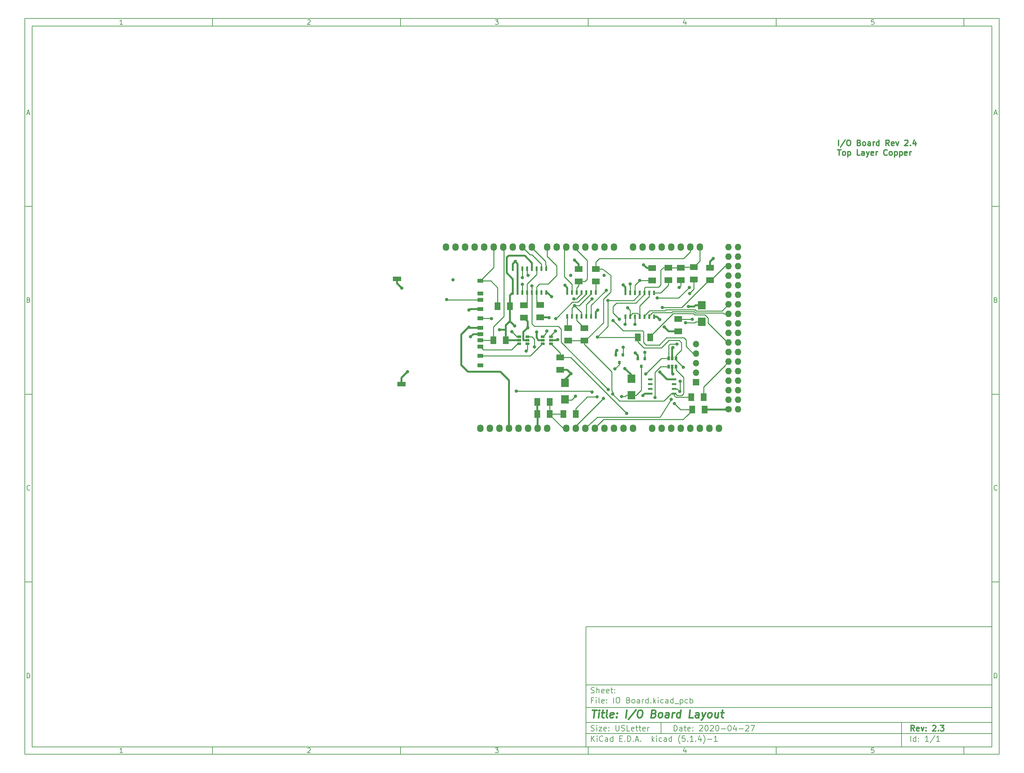
<source format=gbr>
G04 #@! TF.GenerationSoftware,KiCad,Pcbnew,(5.1.4)-1*
G04 #@! TF.CreationDate,2020-05-01T18:49:37-04:00*
G04 #@! TF.ProjectId,IO Board,494f2042-6f61-4726-942e-6b696361645f,2.3*
G04 #@! TF.SameCoordinates,Original*
G04 #@! TF.FileFunction,Copper,L1,Top*
G04 #@! TF.FilePolarity,Positive*
%FSLAX46Y46*%
G04 Gerber Fmt 4.6, Leading zero omitted, Abs format (unit mm)*
G04 Created by KiCad (PCBNEW (5.1.4)-1) date 2020-05-01 18:49:37*
%MOMM*%
%LPD*%
G04 APERTURE LIST*
%ADD10C,0.100000*%
%ADD11C,0.150000*%
%ADD12C,0.300000*%
%ADD13C,0.400000*%
%ADD14R,2.150000X2.200000*%
%ADD15R,2.032000X1.524000*%
%ADD16R,0.800000X0.900000*%
%ADD17C,1.727200*%
%ADD18O,1.727200X1.727200*%
%ADD19O,1.727200X2.032000*%
%ADD20R,1.060000X0.650000*%
%ADD21R,0.508000X1.143000*%
%ADD22R,1.524000X2.032000*%
%ADD23R,1.500000X1.000000*%
%ADD24R,2.200000X1.200000*%
%ADD25R,1.143000X0.508000*%
%ADD26R,0.650000X1.060000*%
%ADD27O,1.700000X1.700000*%
%ADD28R,1.700000X1.700000*%
%ADD29C,0.889000*%
%ADD30C,0.508000*%
%ADD31C,0.254000*%
G04 APERTURE END LIST*
D10*
D11*
X159400000Y-171900000D02*
X159400000Y-203900000D01*
X267400000Y-203900000D01*
X267400000Y-171900000D01*
X159400000Y-171900000D01*
D10*
D11*
X10000000Y-10000000D02*
X10000000Y-205900000D01*
X269400000Y-205900000D01*
X269400000Y-10000000D01*
X10000000Y-10000000D01*
D10*
D11*
X12000000Y-12000000D02*
X12000000Y-203900000D01*
X267400000Y-203900000D01*
X267400000Y-12000000D01*
X12000000Y-12000000D01*
D10*
D11*
X60000000Y-12000000D02*
X60000000Y-10000000D01*
D10*
D11*
X110000000Y-12000000D02*
X110000000Y-10000000D01*
D10*
D11*
X160000000Y-12000000D02*
X160000000Y-10000000D01*
D10*
D11*
X210000000Y-12000000D02*
X210000000Y-10000000D01*
D10*
D11*
X260000000Y-12000000D02*
X260000000Y-10000000D01*
D10*
D11*
X36065476Y-11588095D02*
X35322619Y-11588095D01*
X35694047Y-11588095D02*
X35694047Y-10288095D01*
X35570238Y-10473809D01*
X35446428Y-10597619D01*
X35322619Y-10659523D01*
D10*
D11*
X85322619Y-10411904D02*
X85384523Y-10350000D01*
X85508333Y-10288095D01*
X85817857Y-10288095D01*
X85941666Y-10350000D01*
X86003571Y-10411904D01*
X86065476Y-10535714D01*
X86065476Y-10659523D01*
X86003571Y-10845238D01*
X85260714Y-11588095D01*
X86065476Y-11588095D01*
D10*
D11*
X135260714Y-10288095D02*
X136065476Y-10288095D01*
X135632142Y-10783333D01*
X135817857Y-10783333D01*
X135941666Y-10845238D01*
X136003571Y-10907142D01*
X136065476Y-11030952D01*
X136065476Y-11340476D01*
X136003571Y-11464285D01*
X135941666Y-11526190D01*
X135817857Y-11588095D01*
X135446428Y-11588095D01*
X135322619Y-11526190D01*
X135260714Y-11464285D01*
D10*
D11*
X185941666Y-10721428D02*
X185941666Y-11588095D01*
X185632142Y-10226190D02*
X185322619Y-11154761D01*
X186127380Y-11154761D01*
D10*
D11*
X236003571Y-10288095D02*
X235384523Y-10288095D01*
X235322619Y-10907142D01*
X235384523Y-10845238D01*
X235508333Y-10783333D01*
X235817857Y-10783333D01*
X235941666Y-10845238D01*
X236003571Y-10907142D01*
X236065476Y-11030952D01*
X236065476Y-11340476D01*
X236003571Y-11464285D01*
X235941666Y-11526190D01*
X235817857Y-11588095D01*
X235508333Y-11588095D01*
X235384523Y-11526190D01*
X235322619Y-11464285D01*
D10*
D11*
X60000000Y-203900000D02*
X60000000Y-205900000D01*
D10*
D11*
X110000000Y-203900000D02*
X110000000Y-205900000D01*
D10*
D11*
X160000000Y-203900000D02*
X160000000Y-205900000D01*
D10*
D11*
X210000000Y-203900000D02*
X210000000Y-205900000D01*
D10*
D11*
X260000000Y-203900000D02*
X260000000Y-205900000D01*
D10*
D11*
X36065476Y-205488095D02*
X35322619Y-205488095D01*
X35694047Y-205488095D02*
X35694047Y-204188095D01*
X35570238Y-204373809D01*
X35446428Y-204497619D01*
X35322619Y-204559523D01*
D10*
D11*
X85322619Y-204311904D02*
X85384523Y-204250000D01*
X85508333Y-204188095D01*
X85817857Y-204188095D01*
X85941666Y-204250000D01*
X86003571Y-204311904D01*
X86065476Y-204435714D01*
X86065476Y-204559523D01*
X86003571Y-204745238D01*
X85260714Y-205488095D01*
X86065476Y-205488095D01*
D10*
D11*
X135260714Y-204188095D02*
X136065476Y-204188095D01*
X135632142Y-204683333D01*
X135817857Y-204683333D01*
X135941666Y-204745238D01*
X136003571Y-204807142D01*
X136065476Y-204930952D01*
X136065476Y-205240476D01*
X136003571Y-205364285D01*
X135941666Y-205426190D01*
X135817857Y-205488095D01*
X135446428Y-205488095D01*
X135322619Y-205426190D01*
X135260714Y-205364285D01*
D10*
D11*
X185941666Y-204621428D02*
X185941666Y-205488095D01*
X185632142Y-204126190D02*
X185322619Y-205054761D01*
X186127380Y-205054761D01*
D10*
D11*
X236003571Y-204188095D02*
X235384523Y-204188095D01*
X235322619Y-204807142D01*
X235384523Y-204745238D01*
X235508333Y-204683333D01*
X235817857Y-204683333D01*
X235941666Y-204745238D01*
X236003571Y-204807142D01*
X236065476Y-204930952D01*
X236065476Y-205240476D01*
X236003571Y-205364285D01*
X235941666Y-205426190D01*
X235817857Y-205488095D01*
X235508333Y-205488095D01*
X235384523Y-205426190D01*
X235322619Y-205364285D01*
D10*
D11*
X10000000Y-60000000D02*
X12000000Y-60000000D01*
D10*
D11*
X10000000Y-110000000D02*
X12000000Y-110000000D01*
D10*
D11*
X10000000Y-160000000D02*
X12000000Y-160000000D01*
D10*
D11*
X10690476Y-35216666D02*
X11309523Y-35216666D01*
X10566666Y-35588095D02*
X11000000Y-34288095D01*
X11433333Y-35588095D01*
D10*
D11*
X11092857Y-84907142D02*
X11278571Y-84969047D01*
X11340476Y-85030952D01*
X11402380Y-85154761D01*
X11402380Y-85340476D01*
X11340476Y-85464285D01*
X11278571Y-85526190D01*
X11154761Y-85588095D01*
X10659523Y-85588095D01*
X10659523Y-84288095D01*
X11092857Y-84288095D01*
X11216666Y-84350000D01*
X11278571Y-84411904D01*
X11340476Y-84535714D01*
X11340476Y-84659523D01*
X11278571Y-84783333D01*
X11216666Y-84845238D01*
X11092857Y-84907142D01*
X10659523Y-84907142D01*
D10*
D11*
X11402380Y-135464285D02*
X11340476Y-135526190D01*
X11154761Y-135588095D01*
X11030952Y-135588095D01*
X10845238Y-135526190D01*
X10721428Y-135402380D01*
X10659523Y-135278571D01*
X10597619Y-135030952D01*
X10597619Y-134845238D01*
X10659523Y-134597619D01*
X10721428Y-134473809D01*
X10845238Y-134350000D01*
X11030952Y-134288095D01*
X11154761Y-134288095D01*
X11340476Y-134350000D01*
X11402380Y-134411904D01*
D10*
D11*
X10659523Y-185588095D02*
X10659523Y-184288095D01*
X10969047Y-184288095D01*
X11154761Y-184350000D01*
X11278571Y-184473809D01*
X11340476Y-184597619D01*
X11402380Y-184845238D01*
X11402380Y-185030952D01*
X11340476Y-185278571D01*
X11278571Y-185402380D01*
X11154761Y-185526190D01*
X10969047Y-185588095D01*
X10659523Y-185588095D01*
D10*
D11*
X269400000Y-60000000D02*
X267400000Y-60000000D01*
D10*
D11*
X269400000Y-110000000D02*
X267400000Y-110000000D01*
D10*
D11*
X269400000Y-160000000D02*
X267400000Y-160000000D01*
D10*
D11*
X268090476Y-35216666D02*
X268709523Y-35216666D01*
X267966666Y-35588095D02*
X268400000Y-34288095D01*
X268833333Y-35588095D01*
D10*
D11*
X268492857Y-84907142D02*
X268678571Y-84969047D01*
X268740476Y-85030952D01*
X268802380Y-85154761D01*
X268802380Y-85340476D01*
X268740476Y-85464285D01*
X268678571Y-85526190D01*
X268554761Y-85588095D01*
X268059523Y-85588095D01*
X268059523Y-84288095D01*
X268492857Y-84288095D01*
X268616666Y-84350000D01*
X268678571Y-84411904D01*
X268740476Y-84535714D01*
X268740476Y-84659523D01*
X268678571Y-84783333D01*
X268616666Y-84845238D01*
X268492857Y-84907142D01*
X268059523Y-84907142D01*
D10*
D11*
X268802380Y-135464285D02*
X268740476Y-135526190D01*
X268554761Y-135588095D01*
X268430952Y-135588095D01*
X268245238Y-135526190D01*
X268121428Y-135402380D01*
X268059523Y-135278571D01*
X267997619Y-135030952D01*
X267997619Y-134845238D01*
X268059523Y-134597619D01*
X268121428Y-134473809D01*
X268245238Y-134350000D01*
X268430952Y-134288095D01*
X268554761Y-134288095D01*
X268740476Y-134350000D01*
X268802380Y-134411904D01*
D10*
D11*
X268059523Y-185588095D02*
X268059523Y-184288095D01*
X268369047Y-184288095D01*
X268554761Y-184350000D01*
X268678571Y-184473809D01*
X268740476Y-184597619D01*
X268802380Y-184845238D01*
X268802380Y-185030952D01*
X268740476Y-185278571D01*
X268678571Y-185402380D01*
X268554761Y-185526190D01*
X268369047Y-185588095D01*
X268059523Y-185588095D01*
D10*
D11*
X182832142Y-199678571D02*
X182832142Y-198178571D01*
X183189285Y-198178571D01*
X183403571Y-198250000D01*
X183546428Y-198392857D01*
X183617857Y-198535714D01*
X183689285Y-198821428D01*
X183689285Y-199035714D01*
X183617857Y-199321428D01*
X183546428Y-199464285D01*
X183403571Y-199607142D01*
X183189285Y-199678571D01*
X182832142Y-199678571D01*
X184975000Y-199678571D02*
X184975000Y-198892857D01*
X184903571Y-198750000D01*
X184760714Y-198678571D01*
X184475000Y-198678571D01*
X184332142Y-198750000D01*
X184975000Y-199607142D02*
X184832142Y-199678571D01*
X184475000Y-199678571D01*
X184332142Y-199607142D01*
X184260714Y-199464285D01*
X184260714Y-199321428D01*
X184332142Y-199178571D01*
X184475000Y-199107142D01*
X184832142Y-199107142D01*
X184975000Y-199035714D01*
X185475000Y-198678571D02*
X186046428Y-198678571D01*
X185689285Y-198178571D02*
X185689285Y-199464285D01*
X185760714Y-199607142D01*
X185903571Y-199678571D01*
X186046428Y-199678571D01*
X187117857Y-199607142D02*
X186975000Y-199678571D01*
X186689285Y-199678571D01*
X186546428Y-199607142D01*
X186475000Y-199464285D01*
X186475000Y-198892857D01*
X186546428Y-198750000D01*
X186689285Y-198678571D01*
X186975000Y-198678571D01*
X187117857Y-198750000D01*
X187189285Y-198892857D01*
X187189285Y-199035714D01*
X186475000Y-199178571D01*
X187832142Y-199535714D02*
X187903571Y-199607142D01*
X187832142Y-199678571D01*
X187760714Y-199607142D01*
X187832142Y-199535714D01*
X187832142Y-199678571D01*
X187832142Y-198750000D02*
X187903571Y-198821428D01*
X187832142Y-198892857D01*
X187760714Y-198821428D01*
X187832142Y-198750000D01*
X187832142Y-198892857D01*
X189617857Y-198321428D02*
X189689285Y-198250000D01*
X189832142Y-198178571D01*
X190189285Y-198178571D01*
X190332142Y-198250000D01*
X190403571Y-198321428D01*
X190475000Y-198464285D01*
X190475000Y-198607142D01*
X190403571Y-198821428D01*
X189546428Y-199678571D01*
X190475000Y-199678571D01*
X191403571Y-198178571D02*
X191546428Y-198178571D01*
X191689285Y-198250000D01*
X191760714Y-198321428D01*
X191832142Y-198464285D01*
X191903571Y-198750000D01*
X191903571Y-199107142D01*
X191832142Y-199392857D01*
X191760714Y-199535714D01*
X191689285Y-199607142D01*
X191546428Y-199678571D01*
X191403571Y-199678571D01*
X191260714Y-199607142D01*
X191189285Y-199535714D01*
X191117857Y-199392857D01*
X191046428Y-199107142D01*
X191046428Y-198750000D01*
X191117857Y-198464285D01*
X191189285Y-198321428D01*
X191260714Y-198250000D01*
X191403571Y-198178571D01*
X192475000Y-198321428D02*
X192546428Y-198250000D01*
X192689285Y-198178571D01*
X193046428Y-198178571D01*
X193189285Y-198250000D01*
X193260714Y-198321428D01*
X193332142Y-198464285D01*
X193332142Y-198607142D01*
X193260714Y-198821428D01*
X192403571Y-199678571D01*
X193332142Y-199678571D01*
X194260714Y-198178571D02*
X194403571Y-198178571D01*
X194546428Y-198250000D01*
X194617857Y-198321428D01*
X194689285Y-198464285D01*
X194760714Y-198750000D01*
X194760714Y-199107142D01*
X194689285Y-199392857D01*
X194617857Y-199535714D01*
X194546428Y-199607142D01*
X194403571Y-199678571D01*
X194260714Y-199678571D01*
X194117857Y-199607142D01*
X194046428Y-199535714D01*
X193975000Y-199392857D01*
X193903571Y-199107142D01*
X193903571Y-198750000D01*
X193975000Y-198464285D01*
X194046428Y-198321428D01*
X194117857Y-198250000D01*
X194260714Y-198178571D01*
X195403571Y-199107142D02*
X196546428Y-199107142D01*
X197546428Y-198178571D02*
X197689285Y-198178571D01*
X197832142Y-198250000D01*
X197903571Y-198321428D01*
X197975000Y-198464285D01*
X198046428Y-198750000D01*
X198046428Y-199107142D01*
X197975000Y-199392857D01*
X197903571Y-199535714D01*
X197832142Y-199607142D01*
X197689285Y-199678571D01*
X197546428Y-199678571D01*
X197403571Y-199607142D01*
X197332142Y-199535714D01*
X197260714Y-199392857D01*
X197189285Y-199107142D01*
X197189285Y-198750000D01*
X197260714Y-198464285D01*
X197332142Y-198321428D01*
X197403571Y-198250000D01*
X197546428Y-198178571D01*
X199332142Y-198678571D02*
X199332142Y-199678571D01*
X198975000Y-198107142D02*
X198617857Y-199178571D01*
X199546428Y-199178571D01*
X200117857Y-199107142D02*
X201260714Y-199107142D01*
X201903571Y-198321428D02*
X201975000Y-198250000D01*
X202117857Y-198178571D01*
X202475000Y-198178571D01*
X202617857Y-198250000D01*
X202689285Y-198321428D01*
X202760714Y-198464285D01*
X202760714Y-198607142D01*
X202689285Y-198821428D01*
X201832142Y-199678571D01*
X202760714Y-199678571D01*
X203260714Y-198178571D02*
X204260714Y-198178571D01*
X203617857Y-199678571D01*
D10*
D11*
X159400000Y-200400000D02*
X267400000Y-200400000D01*
D10*
D11*
X160832142Y-202478571D02*
X160832142Y-200978571D01*
X161689285Y-202478571D02*
X161046428Y-201621428D01*
X161689285Y-200978571D02*
X160832142Y-201835714D01*
X162332142Y-202478571D02*
X162332142Y-201478571D01*
X162332142Y-200978571D02*
X162260714Y-201050000D01*
X162332142Y-201121428D01*
X162403571Y-201050000D01*
X162332142Y-200978571D01*
X162332142Y-201121428D01*
X163903571Y-202335714D02*
X163832142Y-202407142D01*
X163617857Y-202478571D01*
X163475000Y-202478571D01*
X163260714Y-202407142D01*
X163117857Y-202264285D01*
X163046428Y-202121428D01*
X162975000Y-201835714D01*
X162975000Y-201621428D01*
X163046428Y-201335714D01*
X163117857Y-201192857D01*
X163260714Y-201050000D01*
X163475000Y-200978571D01*
X163617857Y-200978571D01*
X163832142Y-201050000D01*
X163903571Y-201121428D01*
X165189285Y-202478571D02*
X165189285Y-201692857D01*
X165117857Y-201550000D01*
X164975000Y-201478571D01*
X164689285Y-201478571D01*
X164546428Y-201550000D01*
X165189285Y-202407142D02*
X165046428Y-202478571D01*
X164689285Y-202478571D01*
X164546428Y-202407142D01*
X164475000Y-202264285D01*
X164475000Y-202121428D01*
X164546428Y-201978571D01*
X164689285Y-201907142D01*
X165046428Y-201907142D01*
X165189285Y-201835714D01*
X166546428Y-202478571D02*
X166546428Y-200978571D01*
X166546428Y-202407142D02*
X166403571Y-202478571D01*
X166117857Y-202478571D01*
X165975000Y-202407142D01*
X165903571Y-202335714D01*
X165832142Y-202192857D01*
X165832142Y-201764285D01*
X165903571Y-201621428D01*
X165975000Y-201550000D01*
X166117857Y-201478571D01*
X166403571Y-201478571D01*
X166546428Y-201550000D01*
X168403571Y-201692857D02*
X168903571Y-201692857D01*
X169117857Y-202478571D02*
X168403571Y-202478571D01*
X168403571Y-200978571D01*
X169117857Y-200978571D01*
X169760714Y-202335714D02*
X169832142Y-202407142D01*
X169760714Y-202478571D01*
X169689285Y-202407142D01*
X169760714Y-202335714D01*
X169760714Y-202478571D01*
X170475000Y-202478571D02*
X170475000Y-200978571D01*
X170832142Y-200978571D01*
X171046428Y-201050000D01*
X171189285Y-201192857D01*
X171260714Y-201335714D01*
X171332142Y-201621428D01*
X171332142Y-201835714D01*
X171260714Y-202121428D01*
X171189285Y-202264285D01*
X171046428Y-202407142D01*
X170832142Y-202478571D01*
X170475000Y-202478571D01*
X171975000Y-202335714D02*
X172046428Y-202407142D01*
X171975000Y-202478571D01*
X171903571Y-202407142D01*
X171975000Y-202335714D01*
X171975000Y-202478571D01*
X172617857Y-202050000D02*
X173332142Y-202050000D01*
X172475000Y-202478571D02*
X172975000Y-200978571D01*
X173475000Y-202478571D01*
X173975000Y-202335714D02*
X174046428Y-202407142D01*
X173975000Y-202478571D01*
X173903571Y-202407142D01*
X173975000Y-202335714D01*
X173975000Y-202478571D01*
X176975000Y-202478571D02*
X176975000Y-200978571D01*
X177117857Y-201907142D02*
X177546428Y-202478571D01*
X177546428Y-201478571D02*
X176975000Y-202050000D01*
X178189285Y-202478571D02*
X178189285Y-201478571D01*
X178189285Y-200978571D02*
X178117857Y-201050000D01*
X178189285Y-201121428D01*
X178260714Y-201050000D01*
X178189285Y-200978571D01*
X178189285Y-201121428D01*
X179546428Y-202407142D02*
X179403571Y-202478571D01*
X179117857Y-202478571D01*
X178975000Y-202407142D01*
X178903571Y-202335714D01*
X178832142Y-202192857D01*
X178832142Y-201764285D01*
X178903571Y-201621428D01*
X178975000Y-201550000D01*
X179117857Y-201478571D01*
X179403571Y-201478571D01*
X179546428Y-201550000D01*
X180832142Y-202478571D02*
X180832142Y-201692857D01*
X180760714Y-201550000D01*
X180617857Y-201478571D01*
X180332142Y-201478571D01*
X180189285Y-201550000D01*
X180832142Y-202407142D02*
X180689285Y-202478571D01*
X180332142Y-202478571D01*
X180189285Y-202407142D01*
X180117857Y-202264285D01*
X180117857Y-202121428D01*
X180189285Y-201978571D01*
X180332142Y-201907142D01*
X180689285Y-201907142D01*
X180832142Y-201835714D01*
X182189285Y-202478571D02*
X182189285Y-200978571D01*
X182189285Y-202407142D02*
X182046428Y-202478571D01*
X181760714Y-202478571D01*
X181617857Y-202407142D01*
X181546428Y-202335714D01*
X181475000Y-202192857D01*
X181475000Y-201764285D01*
X181546428Y-201621428D01*
X181617857Y-201550000D01*
X181760714Y-201478571D01*
X182046428Y-201478571D01*
X182189285Y-201550000D01*
X184475000Y-203050000D02*
X184403571Y-202978571D01*
X184260714Y-202764285D01*
X184189285Y-202621428D01*
X184117857Y-202407142D01*
X184046428Y-202050000D01*
X184046428Y-201764285D01*
X184117857Y-201407142D01*
X184189285Y-201192857D01*
X184260714Y-201050000D01*
X184403571Y-200835714D01*
X184475000Y-200764285D01*
X185760714Y-200978571D02*
X185046428Y-200978571D01*
X184975000Y-201692857D01*
X185046428Y-201621428D01*
X185189285Y-201550000D01*
X185546428Y-201550000D01*
X185689285Y-201621428D01*
X185760714Y-201692857D01*
X185832142Y-201835714D01*
X185832142Y-202192857D01*
X185760714Y-202335714D01*
X185689285Y-202407142D01*
X185546428Y-202478571D01*
X185189285Y-202478571D01*
X185046428Y-202407142D01*
X184975000Y-202335714D01*
X186475000Y-202335714D02*
X186546428Y-202407142D01*
X186475000Y-202478571D01*
X186403571Y-202407142D01*
X186475000Y-202335714D01*
X186475000Y-202478571D01*
X187975000Y-202478571D02*
X187117857Y-202478571D01*
X187546428Y-202478571D02*
X187546428Y-200978571D01*
X187403571Y-201192857D01*
X187260714Y-201335714D01*
X187117857Y-201407142D01*
X188617857Y-202335714D02*
X188689285Y-202407142D01*
X188617857Y-202478571D01*
X188546428Y-202407142D01*
X188617857Y-202335714D01*
X188617857Y-202478571D01*
X189975000Y-201478571D02*
X189975000Y-202478571D01*
X189617857Y-200907142D02*
X189260714Y-201978571D01*
X190189285Y-201978571D01*
X190617857Y-203050000D02*
X190689285Y-202978571D01*
X190832142Y-202764285D01*
X190903571Y-202621428D01*
X190975000Y-202407142D01*
X191046428Y-202050000D01*
X191046428Y-201764285D01*
X190975000Y-201407142D01*
X190903571Y-201192857D01*
X190832142Y-201050000D01*
X190689285Y-200835714D01*
X190617857Y-200764285D01*
X191760714Y-201907142D02*
X192903571Y-201907142D01*
X194403571Y-202478571D02*
X193546428Y-202478571D01*
X193975000Y-202478571D02*
X193975000Y-200978571D01*
X193832142Y-201192857D01*
X193689285Y-201335714D01*
X193546428Y-201407142D01*
D10*
D11*
X159400000Y-197400000D02*
X267400000Y-197400000D01*
D10*
D12*
X246809285Y-199678571D02*
X246309285Y-198964285D01*
X245952142Y-199678571D02*
X245952142Y-198178571D01*
X246523571Y-198178571D01*
X246666428Y-198250000D01*
X246737857Y-198321428D01*
X246809285Y-198464285D01*
X246809285Y-198678571D01*
X246737857Y-198821428D01*
X246666428Y-198892857D01*
X246523571Y-198964285D01*
X245952142Y-198964285D01*
X248023571Y-199607142D02*
X247880714Y-199678571D01*
X247595000Y-199678571D01*
X247452142Y-199607142D01*
X247380714Y-199464285D01*
X247380714Y-198892857D01*
X247452142Y-198750000D01*
X247595000Y-198678571D01*
X247880714Y-198678571D01*
X248023571Y-198750000D01*
X248095000Y-198892857D01*
X248095000Y-199035714D01*
X247380714Y-199178571D01*
X248595000Y-198678571D02*
X248952142Y-199678571D01*
X249309285Y-198678571D01*
X249880714Y-199535714D02*
X249952142Y-199607142D01*
X249880714Y-199678571D01*
X249809285Y-199607142D01*
X249880714Y-199535714D01*
X249880714Y-199678571D01*
X249880714Y-198750000D02*
X249952142Y-198821428D01*
X249880714Y-198892857D01*
X249809285Y-198821428D01*
X249880714Y-198750000D01*
X249880714Y-198892857D01*
X251666428Y-198321428D02*
X251737857Y-198250000D01*
X251880714Y-198178571D01*
X252237857Y-198178571D01*
X252380714Y-198250000D01*
X252452142Y-198321428D01*
X252523571Y-198464285D01*
X252523571Y-198607142D01*
X252452142Y-198821428D01*
X251595000Y-199678571D01*
X252523571Y-199678571D01*
X253166428Y-199535714D02*
X253237857Y-199607142D01*
X253166428Y-199678571D01*
X253095000Y-199607142D01*
X253166428Y-199535714D01*
X253166428Y-199678571D01*
X253737857Y-198178571D02*
X254666428Y-198178571D01*
X254166428Y-198750000D01*
X254380714Y-198750000D01*
X254523571Y-198821428D01*
X254595000Y-198892857D01*
X254666428Y-199035714D01*
X254666428Y-199392857D01*
X254595000Y-199535714D01*
X254523571Y-199607142D01*
X254380714Y-199678571D01*
X253952142Y-199678571D01*
X253809285Y-199607142D01*
X253737857Y-199535714D01*
D10*
D11*
X160760714Y-199607142D02*
X160975000Y-199678571D01*
X161332142Y-199678571D01*
X161475000Y-199607142D01*
X161546428Y-199535714D01*
X161617857Y-199392857D01*
X161617857Y-199250000D01*
X161546428Y-199107142D01*
X161475000Y-199035714D01*
X161332142Y-198964285D01*
X161046428Y-198892857D01*
X160903571Y-198821428D01*
X160832142Y-198750000D01*
X160760714Y-198607142D01*
X160760714Y-198464285D01*
X160832142Y-198321428D01*
X160903571Y-198250000D01*
X161046428Y-198178571D01*
X161403571Y-198178571D01*
X161617857Y-198250000D01*
X162260714Y-199678571D02*
X162260714Y-198678571D01*
X162260714Y-198178571D02*
X162189285Y-198250000D01*
X162260714Y-198321428D01*
X162332142Y-198250000D01*
X162260714Y-198178571D01*
X162260714Y-198321428D01*
X162832142Y-198678571D02*
X163617857Y-198678571D01*
X162832142Y-199678571D01*
X163617857Y-199678571D01*
X164760714Y-199607142D02*
X164617857Y-199678571D01*
X164332142Y-199678571D01*
X164189285Y-199607142D01*
X164117857Y-199464285D01*
X164117857Y-198892857D01*
X164189285Y-198750000D01*
X164332142Y-198678571D01*
X164617857Y-198678571D01*
X164760714Y-198750000D01*
X164832142Y-198892857D01*
X164832142Y-199035714D01*
X164117857Y-199178571D01*
X165475000Y-199535714D02*
X165546428Y-199607142D01*
X165475000Y-199678571D01*
X165403571Y-199607142D01*
X165475000Y-199535714D01*
X165475000Y-199678571D01*
X165475000Y-198750000D02*
X165546428Y-198821428D01*
X165475000Y-198892857D01*
X165403571Y-198821428D01*
X165475000Y-198750000D01*
X165475000Y-198892857D01*
X167332142Y-198178571D02*
X167332142Y-199392857D01*
X167403571Y-199535714D01*
X167475000Y-199607142D01*
X167617857Y-199678571D01*
X167903571Y-199678571D01*
X168046428Y-199607142D01*
X168117857Y-199535714D01*
X168189285Y-199392857D01*
X168189285Y-198178571D01*
X168832142Y-199607142D02*
X169046428Y-199678571D01*
X169403571Y-199678571D01*
X169546428Y-199607142D01*
X169617857Y-199535714D01*
X169689285Y-199392857D01*
X169689285Y-199250000D01*
X169617857Y-199107142D01*
X169546428Y-199035714D01*
X169403571Y-198964285D01*
X169117857Y-198892857D01*
X168975000Y-198821428D01*
X168903571Y-198750000D01*
X168832142Y-198607142D01*
X168832142Y-198464285D01*
X168903571Y-198321428D01*
X168975000Y-198250000D01*
X169117857Y-198178571D01*
X169475000Y-198178571D01*
X169689285Y-198250000D01*
X171046428Y-199678571D02*
X170332142Y-199678571D01*
X170332142Y-198178571D01*
X172117857Y-199607142D02*
X171975000Y-199678571D01*
X171689285Y-199678571D01*
X171546428Y-199607142D01*
X171475000Y-199464285D01*
X171475000Y-198892857D01*
X171546428Y-198750000D01*
X171689285Y-198678571D01*
X171975000Y-198678571D01*
X172117857Y-198750000D01*
X172189285Y-198892857D01*
X172189285Y-199035714D01*
X171475000Y-199178571D01*
X172617857Y-198678571D02*
X173189285Y-198678571D01*
X172832142Y-198178571D02*
X172832142Y-199464285D01*
X172903571Y-199607142D01*
X173046428Y-199678571D01*
X173189285Y-199678571D01*
X173475000Y-198678571D02*
X174046428Y-198678571D01*
X173689285Y-198178571D02*
X173689285Y-199464285D01*
X173760714Y-199607142D01*
X173903571Y-199678571D01*
X174046428Y-199678571D01*
X175117857Y-199607142D02*
X174975000Y-199678571D01*
X174689285Y-199678571D01*
X174546428Y-199607142D01*
X174475000Y-199464285D01*
X174475000Y-198892857D01*
X174546428Y-198750000D01*
X174689285Y-198678571D01*
X174975000Y-198678571D01*
X175117857Y-198750000D01*
X175189285Y-198892857D01*
X175189285Y-199035714D01*
X174475000Y-199178571D01*
X175832142Y-199678571D02*
X175832142Y-198678571D01*
X175832142Y-198964285D02*
X175903571Y-198821428D01*
X175975000Y-198750000D01*
X176117857Y-198678571D01*
X176260714Y-198678571D01*
D10*
D11*
X245832142Y-202478571D02*
X245832142Y-200978571D01*
X247189285Y-202478571D02*
X247189285Y-200978571D01*
X247189285Y-202407142D02*
X247046428Y-202478571D01*
X246760714Y-202478571D01*
X246617857Y-202407142D01*
X246546428Y-202335714D01*
X246475000Y-202192857D01*
X246475000Y-201764285D01*
X246546428Y-201621428D01*
X246617857Y-201550000D01*
X246760714Y-201478571D01*
X247046428Y-201478571D01*
X247189285Y-201550000D01*
X247903571Y-202335714D02*
X247975000Y-202407142D01*
X247903571Y-202478571D01*
X247832142Y-202407142D01*
X247903571Y-202335714D01*
X247903571Y-202478571D01*
X247903571Y-201550000D02*
X247975000Y-201621428D01*
X247903571Y-201692857D01*
X247832142Y-201621428D01*
X247903571Y-201550000D01*
X247903571Y-201692857D01*
X250546428Y-202478571D02*
X249689285Y-202478571D01*
X250117857Y-202478571D02*
X250117857Y-200978571D01*
X249975000Y-201192857D01*
X249832142Y-201335714D01*
X249689285Y-201407142D01*
X252260714Y-200907142D02*
X250975000Y-202835714D01*
X253546428Y-202478571D02*
X252689285Y-202478571D01*
X253117857Y-202478571D02*
X253117857Y-200978571D01*
X252975000Y-201192857D01*
X252832142Y-201335714D01*
X252689285Y-201407142D01*
D10*
D11*
X159400000Y-193400000D02*
X267400000Y-193400000D01*
D10*
D13*
X161112380Y-194104761D02*
X162255238Y-194104761D01*
X161433809Y-196104761D02*
X161683809Y-194104761D01*
X162671904Y-196104761D02*
X162838571Y-194771428D01*
X162921904Y-194104761D02*
X162814761Y-194200000D01*
X162898095Y-194295238D01*
X163005238Y-194200000D01*
X162921904Y-194104761D01*
X162898095Y-194295238D01*
X163505238Y-194771428D02*
X164267142Y-194771428D01*
X163874285Y-194104761D02*
X163660000Y-195819047D01*
X163731428Y-196009523D01*
X163910000Y-196104761D01*
X164100476Y-196104761D01*
X165052857Y-196104761D02*
X164874285Y-196009523D01*
X164802857Y-195819047D01*
X165017142Y-194104761D01*
X166588571Y-196009523D02*
X166386190Y-196104761D01*
X166005238Y-196104761D01*
X165826666Y-196009523D01*
X165755238Y-195819047D01*
X165850476Y-195057142D01*
X165969523Y-194866666D01*
X166171904Y-194771428D01*
X166552857Y-194771428D01*
X166731428Y-194866666D01*
X166802857Y-195057142D01*
X166779047Y-195247619D01*
X165802857Y-195438095D01*
X167552857Y-195914285D02*
X167636190Y-196009523D01*
X167529047Y-196104761D01*
X167445714Y-196009523D01*
X167552857Y-195914285D01*
X167529047Y-196104761D01*
X167683809Y-194866666D02*
X167767142Y-194961904D01*
X167660000Y-195057142D01*
X167576666Y-194961904D01*
X167683809Y-194866666D01*
X167660000Y-195057142D01*
X170005238Y-196104761D02*
X170255238Y-194104761D01*
X172648095Y-194009523D02*
X170612380Y-196580952D01*
X173683809Y-194104761D02*
X174064761Y-194104761D01*
X174243333Y-194200000D01*
X174410000Y-194390476D01*
X174457619Y-194771428D01*
X174374285Y-195438095D01*
X174231428Y-195819047D01*
X174017142Y-196009523D01*
X173814761Y-196104761D01*
X173433809Y-196104761D01*
X173255238Y-196009523D01*
X173088571Y-195819047D01*
X173040952Y-195438095D01*
X173124285Y-194771428D01*
X173267142Y-194390476D01*
X173481428Y-194200000D01*
X173683809Y-194104761D01*
X177469523Y-195057142D02*
X177743333Y-195152380D01*
X177826666Y-195247619D01*
X177898095Y-195438095D01*
X177862380Y-195723809D01*
X177743333Y-195914285D01*
X177636190Y-196009523D01*
X177433809Y-196104761D01*
X176671904Y-196104761D01*
X176921904Y-194104761D01*
X177588571Y-194104761D01*
X177767142Y-194200000D01*
X177850476Y-194295238D01*
X177921904Y-194485714D01*
X177898095Y-194676190D01*
X177779047Y-194866666D01*
X177671904Y-194961904D01*
X177469523Y-195057142D01*
X176802857Y-195057142D01*
X178957619Y-196104761D02*
X178779047Y-196009523D01*
X178695714Y-195914285D01*
X178624285Y-195723809D01*
X178695714Y-195152380D01*
X178814761Y-194961904D01*
X178921904Y-194866666D01*
X179124285Y-194771428D01*
X179410000Y-194771428D01*
X179588571Y-194866666D01*
X179671904Y-194961904D01*
X179743333Y-195152380D01*
X179671904Y-195723809D01*
X179552857Y-195914285D01*
X179445714Y-196009523D01*
X179243333Y-196104761D01*
X178957619Y-196104761D01*
X181338571Y-196104761D02*
X181469523Y-195057142D01*
X181398095Y-194866666D01*
X181219523Y-194771428D01*
X180838571Y-194771428D01*
X180636190Y-194866666D01*
X181350476Y-196009523D02*
X181148095Y-196104761D01*
X180671904Y-196104761D01*
X180493333Y-196009523D01*
X180421904Y-195819047D01*
X180445714Y-195628571D01*
X180564761Y-195438095D01*
X180767142Y-195342857D01*
X181243333Y-195342857D01*
X181445714Y-195247619D01*
X182290952Y-196104761D02*
X182457619Y-194771428D01*
X182410000Y-195152380D02*
X182529047Y-194961904D01*
X182636190Y-194866666D01*
X182838571Y-194771428D01*
X183029047Y-194771428D01*
X184386190Y-196104761D02*
X184636190Y-194104761D01*
X184398095Y-196009523D02*
X184195714Y-196104761D01*
X183814761Y-196104761D01*
X183636190Y-196009523D01*
X183552857Y-195914285D01*
X183481428Y-195723809D01*
X183552857Y-195152380D01*
X183671904Y-194961904D01*
X183779047Y-194866666D01*
X183981428Y-194771428D01*
X184362380Y-194771428D01*
X184540952Y-194866666D01*
X187814761Y-196104761D02*
X186862380Y-196104761D01*
X187112380Y-194104761D01*
X189338571Y-196104761D02*
X189469523Y-195057142D01*
X189398095Y-194866666D01*
X189219523Y-194771428D01*
X188838571Y-194771428D01*
X188636190Y-194866666D01*
X189350476Y-196009523D02*
X189148095Y-196104761D01*
X188671904Y-196104761D01*
X188493333Y-196009523D01*
X188421904Y-195819047D01*
X188445714Y-195628571D01*
X188564761Y-195438095D01*
X188767142Y-195342857D01*
X189243333Y-195342857D01*
X189445714Y-195247619D01*
X190267142Y-194771428D02*
X190576666Y-196104761D01*
X191219523Y-194771428D02*
X190576666Y-196104761D01*
X190326666Y-196580952D01*
X190219523Y-196676190D01*
X190017142Y-196771428D01*
X192100476Y-196104761D02*
X191921904Y-196009523D01*
X191838571Y-195914285D01*
X191767142Y-195723809D01*
X191838571Y-195152380D01*
X191957619Y-194961904D01*
X192064761Y-194866666D01*
X192267142Y-194771428D01*
X192552857Y-194771428D01*
X192731428Y-194866666D01*
X192814761Y-194961904D01*
X192886190Y-195152380D01*
X192814761Y-195723809D01*
X192695714Y-195914285D01*
X192588571Y-196009523D01*
X192386190Y-196104761D01*
X192100476Y-196104761D01*
X194648095Y-194771428D02*
X194481428Y-196104761D01*
X193790952Y-194771428D02*
X193660000Y-195819047D01*
X193731428Y-196009523D01*
X193910000Y-196104761D01*
X194195714Y-196104761D01*
X194398095Y-196009523D01*
X194505238Y-195914285D01*
X195314761Y-194771428D02*
X196076666Y-194771428D01*
X195683809Y-194104761D02*
X195469523Y-195819047D01*
X195540952Y-196009523D01*
X195719523Y-196104761D01*
X195910000Y-196104761D01*
D10*
D11*
X161332142Y-191492857D02*
X160832142Y-191492857D01*
X160832142Y-192278571D02*
X160832142Y-190778571D01*
X161546428Y-190778571D01*
X162117857Y-192278571D02*
X162117857Y-191278571D01*
X162117857Y-190778571D02*
X162046428Y-190850000D01*
X162117857Y-190921428D01*
X162189285Y-190850000D01*
X162117857Y-190778571D01*
X162117857Y-190921428D01*
X163046428Y-192278571D02*
X162903571Y-192207142D01*
X162832142Y-192064285D01*
X162832142Y-190778571D01*
X164189285Y-192207142D02*
X164046428Y-192278571D01*
X163760714Y-192278571D01*
X163617857Y-192207142D01*
X163546428Y-192064285D01*
X163546428Y-191492857D01*
X163617857Y-191350000D01*
X163760714Y-191278571D01*
X164046428Y-191278571D01*
X164189285Y-191350000D01*
X164260714Y-191492857D01*
X164260714Y-191635714D01*
X163546428Y-191778571D01*
X164903571Y-192135714D02*
X164975000Y-192207142D01*
X164903571Y-192278571D01*
X164832142Y-192207142D01*
X164903571Y-192135714D01*
X164903571Y-192278571D01*
X164903571Y-191350000D02*
X164975000Y-191421428D01*
X164903571Y-191492857D01*
X164832142Y-191421428D01*
X164903571Y-191350000D01*
X164903571Y-191492857D01*
X166760714Y-192278571D02*
X166760714Y-190778571D01*
X167760714Y-190778571D02*
X168046428Y-190778571D01*
X168189285Y-190850000D01*
X168332142Y-190992857D01*
X168403571Y-191278571D01*
X168403571Y-191778571D01*
X168332142Y-192064285D01*
X168189285Y-192207142D01*
X168046428Y-192278571D01*
X167760714Y-192278571D01*
X167617857Y-192207142D01*
X167475000Y-192064285D01*
X167403571Y-191778571D01*
X167403571Y-191278571D01*
X167475000Y-190992857D01*
X167617857Y-190850000D01*
X167760714Y-190778571D01*
X170689285Y-191492857D02*
X170903571Y-191564285D01*
X170975000Y-191635714D01*
X171046428Y-191778571D01*
X171046428Y-191992857D01*
X170975000Y-192135714D01*
X170903571Y-192207142D01*
X170760714Y-192278571D01*
X170189285Y-192278571D01*
X170189285Y-190778571D01*
X170689285Y-190778571D01*
X170832142Y-190850000D01*
X170903571Y-190921428D01*
X170975000Y-191064285D01*
X170975000Y-191207142D01*
X170903571Y-191350000D01*
X170832142Y-191421428D01*
X170689285Y-191492857D01*
X170189285Y-191492857D01*
X171903571Y-192278571D02*
X171760714Y-192207142D01*
X171689285Y-192135714D01*
X171617857Y-191992857D01*
X171617857Y-191564285D01*
X171689285Y-191421428D01*
X171760714Y-191350000D01*
X171903571Y-191278571D01*
X172117857Y-191278571D01*
X172260714Y-191350000D01*
X172332142Y-191421428D01*
X172403571Y-191564285D01*
X172403571Y-191992857D01*
X172332142Y-192135714D01*
X172260714Y-192207142D01*
X172117857Y-192278571D01*
X171903571Y-192278571D01*
X173689285Y-192278571D02*
X173689285Y-191492857D01*
X173617857Y-191350000D01*
X173475000Y-191278571D01*
X173189285Y-191278571D01*
X173046428Y-191350000D01*
X173689285Y-192207142D02*
X173546428Y-192278571D01*
X173189285Y-192278571D01*
X173046428Y-192207142D01*
X172975000Y-192064285D01*
X172975000Y-191921428D01*
X173046428Y-191778571D01*
X173189285Y-191707142D01*
X173546428Y-191707142D01*
X173689285Y-191635714D01*
X174403571Y-192278571D02*
X174403571Y-191278571D01*
X174403571Y-191564285D02*
X174475000Y-191421428D01*
X174546428Y-191350000D01*
X174689285Y-191278571D01*
X174832142Y-191278571D01*
X175975000Y-192278571D02*
X175975000Y-190778571D01*
X175975000Y-192207142D02*
X175832142Y-192278571D01*
X175546428Y-192278571D01*
X175403571Y-192207142D01*
X175332142Y-192135714D01*
X175260714Y-191992857D01*
X175260714Y-191564285D01*
X175332142Y-191421428D01*
X175403571Y-191350000D01*
X175546428Y-191278571D01*
X175832142Y-191278571D01*
X175975000Y-191350000D01*
X176689285Y-192135714D02*
X176760714Y-192207142D01*
X176689285Y-192278571D01*
X176617857Y-192207142D01*
X176689285Y-192135714D01*
X176689285Y-192278571D01*
X177403571Y-192278571D02*
X177403571Y-190778571D01*
X177546428Y-191707142D02*
X177975000Y-192278571D01*
X177975000Y-191278571D02*
X177403571Y-191850000D01*
X178617857Y-192278571D02*
X178617857Y-191278571D01*
X178617857Y-190778571D02*
X178546428Y-190850000D01*
X178617857Y-190921428D01*
X178689285Y-190850000D01*
X178617857Y-190778571D01*
X178617857Y-190921428D01*
X179975000Y-192207142D02*
X179832142Y-192278571D01*
X179546428Y-192278571D01*
X179403571Y-192207142D01*
X179332142Y-192135714D01*
X179260714Y-191992857D01*
X179260714Y-191564285D01*
X179332142Y-191421428D01*
X179403571Y-191350000D01*
X179546428Y-191278571D01*
X179832142Y-191278571D01*
X179975000Y-191350000D01*
X181260714Y-192278571D02*
X181260714Y-191492857D01*
X181189285Y-191350000D01*
X181046428Y-191278571D01*
X180760714Y-191278571D01*
X180617857Y-191350000D01*
X181260714Y-192207142D02*
X181117857Y-192278571D01*
X180760714Y-192278571D01*
X180617857Y-192207142D01*
X180546428Y-192064285D01*
X180546428Y-191921428D01*
X180617857Y-191778571D01*
X180760714Y-191707142D01*
X181117857Y-191707142D01*
X181260714Y-191635714D01*
X182617857Y-192278571D02*
X182617857Y-190778571D01*
X182617857Y-192207142D02*
X182475000Y-192278571D01*
X182189285Y-192278571D01*
X182046428Y-192207142D01*
X181975000Y-192135714D01*
X181903571Y-191992857D01*
X181903571Y-191564285D01*
X181975000Y-191421428D01*
X182046428Y-191350000D01*
X182189285Y-191278571D01*
X182475000Y-191278571D01*
X182617857Y-191350000D01*
X182975000Y-192421428D02*
X184117857Y-192421428D01*
X184475000Y-191278571D02*
X184475000Y-192778571D01*
X184475000Y-191350000D02*
X184617857Y-191278571D01*
X184903571Y-191278571D01*
X185046428Y-191350000D01*
X185117857Y-191421428D01*
X185189285Y-191564285D01*
X185189285Y-191992857D01*
X185117857Y-192135714D01*
X185046428Y-192207142D01*
X184903571Y-192278571D01*
X184617857Y-192278571D01*
X184475000Y-192207142D01*
X186475000Y-192207142D02*
X186332142Y-192278571D01*
X186046428Y-192278571D01*
X185903571Y-192207142D01*
X185832142Y-192135714D01*
X185760714Y-191992857D01*
X185760714Y-191564285D01*
X185832142Y-191421428D01*
X185903571Y-191350000D01*
X186046428Y-191278571D01*
X186332142Y-191278571D01*
X186475000Y-191350000D01*
X187117857Y-192278571D02*
X187117857Y-190778571D01*
X187117857Y-191350000D02*
X187260714Y-191278571D01*
X187546428Y-191278571D01*
X187689285Y-191350000D01*
X187760714Y-191421428D01*
X187832142Y-191564285D01*
X187832142Y-191992857D01*
X187760714Y-192135714D01*
X187689285Y-192207142D01*
X187546428Y-192278571D01*
X187260714Y-192278571D01*
X187117857Y-192207142D01*
D10*
D11*
X159400000Y-187400000D02*
X267400000Y-187400000D01*
D10*
D11*
X160760714Y-189507142D02*
X160975000Y-189578571D01*
X161332142Y-189578571D01*
X161475000Y-189507142D01*
X161546428Y-189435714D01*
X161617857Y-189292857D01*
X161617857Y-189150000D01*
X161546428Y-189007142D01*
X161475000Y-188935714D01*
X161332142Y-188864285D01*
X161046428Y-188792857D01*
X160903571Y-188721428D01*
X160832142Y-188650000D01*
X160760714Y-188507142D01*
X160760714Y-188364285D01*
X160832142Y-188221428D01*
X160903571Y-188150000D01*
X161046428Y-188078571D01*
X161403571Y-188078571D01*
X161617857Y-188150000D01*
X162260714Y-189578571D02*
X162260714Y-188078571D01*
X162903571Y-189578571D02*
X162903571Y-188792857D01*
X162832142Y-188650000D01*
X162689285Y-188578571D01*
X162475000Y-188578571D01*
X162332142Y-188650000D01*
X162260714Y-188721428D01*
X164189285Y-189507142D02*
X164046428Y-189578571D01*
X163760714Y-189578571D01*
X163617857Y-189507142D01*
X163546428Y-189364285D01*
X163546428Y-188792857D01*
X163617857Y-188650000D01*
X163760714Y-188578571D01*
X164046428Y-188578571D01*
X164189285Y-188650000D01*
X164260714Y-188792857D01*
X164260714Y-188935714D01*
X163546428Y-189078571D01*
X165475000Y-189507142D02*
X165332142Y-189578571D01*
X165046428Y-189578571D01*
X164903571Y-189507142D01*
X164832142Y-189364285D01*
X164832142Y-188792857D01*
X164903571Y-188650000D01*
X165046428Y-188578571D01*
X165332142Y-188578571D01*
X165475000Y-188650000D01*
X165546428Y-188792857D01*
X165546428Y-188935714D01*
X164832142Y-189078571D01*
X165975000Y-188578571D02*
X166546428Y-188578571D01*
X166189285Y-188078571D02*
X166189285Y-189364285D01*
X166260714Y-189507142D01*
X166403571Y-189578571D01*
X166546428Y-189578571D01*
X167046428Y-189435714D02*
X167117857Y-189507142D01*
X167046428Y-189578571D01*
X166975000Y-189507142D01*
X167046428Y-189435714D01*
X167046428Y-189578571D01*
X167046428Y-188650000D02*
X167117857Y-188721428D01*
X167046428Y-188792857D01*
X166975000Y-188721428D01*
X167046428Y-188650000D01*
X167046428Y-188792857D01*
D10*
D11*
X179400000Y-197400000D02*
X179400000Y-200400000D01*
D10*
D11*
X243400000Y-197400000D02*
X243400000Y-203900000D01*
D12*
X226612142Y-43853571D02*
X226612142Y-42353571D01*
X228397857Y-42282142D02*
X227112142Y-44210714D01*
X229183571Y-42353571D02*
X229469285Y-42353571D01*
X229612142Y-42425000D01*
X229755000Y-42567857D01*
X229826428Y-42853571D01*
X229826428Y-43353571D01*
X229755000Y-43639285D01*
X229612142Y-43782142D01*
X229469285Y-43853571D01*
X229183571Y-43853571D01*
X229040714Y-43782142D01*
X228897857Y-43639285D01*
X228826428Y-43353571D01*
X228826428Y-42853571D01*
X228897857Y-42567857D01*
X229040714Y-42425000D01*
X229183571Y-42353571D01*
X232112142Y-43067857D02*
X232326428Y-43139285D01*
X232397857Y-43210714D01*
X232469285Y-43353571D01*
X232469285Y-43567857D01*
X232397857Y-43710714D01*
X232326428Y-43782142D01*
X232183571Y-43853571D01*
X231612142Y-43853571D01*
X231612142Y-42353571D01*
X232112142Y-42353571D01*
X232255000Y-42425000D01*
X232326428Y-42496428D01*
X232397857Y-42639285D01*
X232397857Y-42782142D01*
X232326428Y-42925000D01*
X232255000Y-42996428D01*
X232112142Y-43067857D01*
X231612142Y-43067857D01*
X233326428Y-43853571D02*
X233183571Y-43782142D01*
X233112142Y-43710714D01*
X233040714Y-43567857D01*
X233040714Y-43139285D01*
X233112142Y-42996428D01*
X233183571Y-42925000D01*
X233326428Y-42853571D01*
X233540714Y-42853571D01*
X233683571Y-42925000D01*
X233755000Y-42996428D01*
X233826428Y-43139285D01*
X233826428Y-43567857D01*
X233755000Y-43710714D01*
X233683571Y-43782142D01*
X233540714Y-43853571D01*
X233326428Y-43853571D01*
X235112142Y-43853571D02*
X235112142Y-43067857D01*
X235040714Y-42925000D01*
X234897857Y-42853571D01*
X234612142Y-42853571D01*
X234469285Y-42925000D01*
X235112142Y-43782142D02*
X234969285Y-43853571D01*
X234612142Y-43853571D01*
X234469285Y-43782142D01*
X234397857Y-43639285D01*
X234397857Y-43496428D01*
X234469285Y-43353571D01*
X234612142Y-43282142D01*
X234969285Y-43282142D01*
X235112142Y-43210714D01*
X235826428Y-43853571D02*
X235826428Y-42853571D01*
X235826428Y-43139285D02*
X235897857Y-42996428D01*
X235969285Y-42925000D01*
X236112142Y-42853571D01*
X236255000Y-42853571D01*
X237397857Y-43853571D02*
X237397857Y-42353571D01*
X237397857Y-43782142D02*
X237255000Y-43853571D01*
X236969285Y-43853571D01*
X236826428Y-43782142D01*
X236755000Y-43710714D01*
X236683571Y-43567857D01*
X236683571Y-43139285D01*
X236755000Y-42996428D01*
X236826428Y-42925000D01*
X236969285Y-42853571D01*
X237255000Y-42853571D01*
X237397857Y-42925000D01*
X240112142Y-43853571D02*
X239612142Y-43139285D01*
X239255000Y-43853571D02*
X239255000Y-42353571D01*
X239826428Y-42353571D01*
X239969285Y-42425000D01*
X240040714Y-42496428D01*
X240112142Y-42639285D01*
X240112142Y-42853571D01*
X240040714Y-42996428D01*
X239969285Y-43067857D01*
X239826428Y-43139285D01*
X239255000Y-43139285D01*
X241326428Y-43782142D02*
X241183571Y-43853571D01*
X240897857Y-43853571D01*
X240755000Y-43782142D01*
X240683571Y-43639285D01*
X240683571Y-43067857D01*
X240755000Y-42925000D01*
X240897857Y-42853571D01*
X241183571Y-42853571D01*
X241326428Y-42925000D01*
X241397857Y-43067857D01*
X241397857Y-43210714D01*
X240683571Y-43353571D01*
X241897857Y-42853571D02*
X242255000Y-43853571D01*
X242612142Y-42853571D01*
X244255000Y-42496428D02*
X244326428Y-42425000D01*
X244469285Y-42353571D01*
X244826428Y-42353571D01*
X244969285Y-42425000D01*
X245040714Y-42496428D01*
X245112142Y-42639285D01*
X245112142Y-42782142D01*
X245040714Y-42996428D01*
X244183571Y-43853571D01*
X245112142Y-43853571D01*
X245755000Y-43710714D02*
X245826428Y-43782142D01*
X245755000Y-43853571D01*
X245683571Y-43782142D01*
X245755000Y-43710714D01*
X245755000Y-43853571D01*
X247112142Y-42853571D02*
X247112142Y-43853571D01*
X246755000Y-42282142D02*
X246397857Y-43353571D01*
X247326428Y-43353571D01*
X226397857Y-44903571D02*
X227255000Y-44903571D01*
X226826428Y-46403571D02*
X226826428Y-44903571D01*
X227969285Y-46403571D02*
X227826428Y-46332142D01*
X227755000Y-46260714D01*
X227683571Y-46117857D01*
X227683571Y-45689285D01*
X227755000Y-45546428D01*
X227826428Y-45475000D01*
X227969285Y-45403571D01*
X228183571Y-45403571D01*
X228326428Y-45475000D01*
X228397857Y-45546428D01*
X228469285Y-45689285D01*
X228469285Y-46117857D01*
X228397857Y-46260714D01*
X228326428Y-46332142D01*
X228183571Y-46403571D01*
X227969285Y-46403571D01*
X229112142Y-45403571D02*
X229112142Y-46903571D01*
X229112142Y-45475000D02*
X229255000Y-45403571D01*
X229540714Y-45403571D01*
X229683571Y-45475000D01*
X229755000Y-45546428D01*
X229826428Y-45689285D01*
X229826428Y-46117857D01*
X229755000Y-46260714D01*
X229683571Y-46332142D01*
X229540714Y-46403571D01*
X229255000Y-46403571D01*
X229112142Y-46332142D01*
X232326428Y-46403571D02*
X231612142Y-46403571D01*
X231612142Y-44903571D01*
X233469285Y-46403571D02*
X233469285Y-45617857D01*
X233397857Y-45475000D01*
X233255000Y-45403571D01*
X232969285Y-45403571D01*
X232826428Y-45475000D01*
X233469285Y-46332142D02*
X233326428Y-46403571D01*
X232969285Y-46403571D01*
X232826428Y-46332142D01*
X232755000Y-46189285D01*
X232755000Y-46046428D01*
X232826428Y-45903571D01*
X232969285Y-45832142D01*
X233326428Y-45832142D01*
X233469285Y-45760714D01*
X234040714Y-45403571D02*
X234397857Y-46403571D01*
X234755000Y-45403571D02*
X234397857Y-46403571D01*
X234255000Y-46760714D01*
X234183571Y-46832142D01*
X234040714Y-46903571D01*
X235897857Y-46332142D02*
X235755000Y-46403571D01*
X235469285Y-46403571D01*
X235326428Y-46332142D01*
X235255000Y-46189285D01*
X235255000Y-45617857D01*
X235326428Y-45475000D01*
X235469285Y-45403571D01*
X235755000Y-45403571D01*
X235897857Y-45475000D01*
X235969285Y-45617857D01*
X235969285Y-45760714D01*
X235255000Y-45903571D01*
X236612142Y-46403571D02*
X236612142Y-45403571D01*
X236612142Y-45689285D02*
X236683571Y-45546428D01*
X236755000Y-45475000D01*
X236897857Y-45403571D01*
X237040714Y-45403571D01*
X239540714Y-46260714D02*
X239469285Y-46332142D01*
X239255000Y-46403571D01*
X239112142Y-46403571D01*
X238897857Y-46332142D01*
X238755000Y-46189285D01*
X238683571Y-46046428D01*
X238612142Y-45760714D01*
X238612142Y-45546428D01*
X238683571Y-45260714D01*
X238755000Y-45117857D01*
X238897857Y-44975000D01*
X239112142Y-44903571D01*
X239255000Y-44903571D01*
X239469285Y-44975000D01*
X239540714Y-45046428D01*
X240397857Y-46403571D02*
X240255000Y-46332142D01*
X240183571Y-46260714D01*
X240112142Y-46117857D01*
X240112142Y-45689285D01*
X240183571Y-45546428D01*
X240255000Y-45475000D01*
X240397857Y-45403571D01*
X240612142Y-45403571D01*
X240755000Y-45475000D01*
X240826428Y-45546428D01*
X240897857Y-45689285D01*
X240897857Y-46117857D01*
X240826428Y-46260714D01*
X240755000Y-46332142D01*
X240612142Y-46403571D01*
X240397857Y-46403571D01*
X241540714Y-45403571D02*
X241540714Y-46903571D01*
X241540714Y-45475000D02*
X241683571Y-45403571D01*
X241969285Y-45403571D01*
X242112142Y-45475000D01*
X242183571Y-45546428D01*
X242255000Y-45689285D01*
X242255000Y-46117857D01*
X242183571Y-46260714D01*
X242112142Y-46332142D01*
X241969285Y-46403571D01*
X241683571Y-46403571D01*
X241540714Y-46332142D01*
X242897857Y-45403571D02*
X242897857Y-46903571D01*
X242897857Y-45475000D02*
X243040714Y-45403571D01*
X243326428Y-45403571D01*
X243469285Y-45475000D01*
X243540714Y-45546428D01*
X243612142Y-45689285D01*
X243612142Y-46117857D01*
X243540714Y-46260714D01*
X243469285Y-46332142D01*
X243326428Y-46403571D01*
X243040714Y-46403571D01*
X242897857Y-46332142D01*
X244826428Y-46332142D02*
X244683571Y-46403571D01*
X244397857Y-46403571D01*
X244255000Y-46332142D01*
X244183571Y-46189285D01*
X244183571Y-45617857D01*
X244255000Y-45475000D01*
X244397857Y-45403571D01*
X244683571Y-45403571D01*
X244826428Y-45475000D01*
X244897857Y-45617857D01*
X244897857Y-45760714D01*
X244183571Y-45903571D01*
X245540714Y-46403571D02*
X245540714Y-45403571D01*
X245540714Y-45689285D02*
X245612142Y-45546428D01*
X245683571Y-45475000D01*
X245826428Y-45403571D01*
X245969285Y-45403571D01*
D14*
X153800000Y-111400000D03*
X153800000Y-107000000D03*
X171500000Y-110300000D03*
X171500000Y-105900000D03*
X190200000Y-90700000D03*
X190200000Y-86300000D03*
D15*
X192379600Y-79654400D03*
X192379600Y-76352400D03*
X183946800Y-89966800D03*
X183946800Y-93268800D03*
D16*
X175067000Y-100590600D03*
X173167000Y-100590600D03*
X174117000Y-102590600D03*
X169235200Y-99542600D03*
X167335200Y-99542600D03*
X168285200Y-101542600D03*
D17*
X197358000Y-114046000D03*
D18*
X199898000Y-114046000D03*
X197358000Y-111506000D03*
X199898000Y-111506000D03*
X197358000Y-108966000D03*
X199898000Y-108966000D03*
X197358000Y-106426000D03*
X199898000Y-106426000D03*
X197358000Y-103886000D03*
X199898000Y-103886000D03*
X197358000Y-101346000D03*
X199898000Y-101346000D03*
X197358000Y-98806000D03*
X199898000Y-98806000D03*
X197358000Y-96266000D03*
X199898000Y-96266000D03*
X197358000Y-93726000D03*
X199898000Y-93726000D03*
X197358000Y-91186000D03*
X199898000Y-91186000D03*
X197358000Y-88646000D03*
X199898000Y-88646000D03*
X197358000Y-86106000D03*
X199898000Y-86106000D03*
X197358000Y-83566000D03*
X199898000Y-83566000D03*
X197358000Y-81026000D03*
X199898000Y-81026000D03*
X197358000Y-78486000D03*
X199898000Y-78486000D03*
X197358000Y-75946000D03*
X199898000Y-75946000D03*
X197358000Y-73406000D03*
X199898000Y-73406000D03*
X197358000Y-70866000D03*
X199898000Y-70866000D03*
D19*
X131318000Y-119126000D03*
X133858000Y-119126000D03*
X136398000Y-119126000D03*
X138938000Y-119126000D03*
X141478000Y-119126000D03*
X144018000Y-119126000D03*
X146558000Y-119126000D03*
X149098000Y-119126000D03*
X154178000Y-119126000D03*
X156718000Y-119126000D03*
X159258000Y-119126000D03*
X161798000Y-119126000D03*
X164338000Y-119126000D03*
X166878000Y-119126000D03*
X169418000Y-119126000D03*
X171958000Y-119126000D03*
X177038000Y-119126000D03*
X179578000Y-119126000D03*
X182118000Y-119126000D03*
X184658000Y-119126000D03*
X187198000Y-119126000D03*
X189738000Y-119126000D03*
X192278000Y-119126000D03*
X194818000Y-119126000D03*
X122174000Y-70866000D03*
X124714000Y-70866000D03*
X127254000Y-70866000D03*
X129794000Y-70866000D03*
X132334000Y-70866000D03*
X134874000Y-70866000D03*
X137414000Y-70866000D03*
X139954000Y-70866000D03*
X142494000Y-70866000D03*
X145034000Y-70866000D03*
X149098000Y-70866000D03*
X151638000Y-70866000D03*
X154178000Y-70866000D03*
X156718000Y-70866000D03*
X159258000Y-70866000D03*
X161798000Y-70866000D03*
X164338000Y-70866000D03*
X166878000Y-70866000D03*
X171958000Y-70866000D03*
X174498000Y-70866000D03*
X177038000Y-70866000D03*
X179578000Y-70866000D03*
X182118000Y-70866000D03*
X184658000Y-70866000D03*
X187198000Y-70866000D03*
X189738000Y-70866000D03*
D20*
X150071000Y-96581000D03*
X150071000Y-95631000D03*
X150071000Y-94681000D03*
X147871000Y-94681000D03*
X147871000Y-96581000D03*
X147871000Y-95631000D03*
D21*
X139954000Y-76581000D03*
X142494000Y-76581000D03*
X143764000Y-76581000D03*
X145034000Y-76581000D03*
X146304000Y-76581000D03*
X147574000Y-76581000D03*
X148844000Y-76581000D03*
X148844000Y-82931000D03*
X147574000Y-82931000D03*
X146304000Y-82931000D03*
X145034000Y-82931000D03*
X143764000Y-82931000D03*
X142494000Y-82931000D03*
X141224000Y-82931000D03*
X139954000Y-82931000D03*
X141224000Y-76581000D03*
X169926000Y-89408000D03*
X171196000Y-89408000D03*
X172466000Y-89408000D03*
X173736000Y-89408000D03*
X175006000Y-89408000D03*
X176276000Y-89408000D03*
X177546000Y-89408000D03*
X177546000Y-83058000D03*
X176276000Y-83058000D03*
X173736000Y-83058000D03*
X172466000Y-83058000D03*
X171196000Y-83058000D03*
X169926000Y-83058000D03*
X175006000Y-83058000D03*
X154432000Y-89281000D03*
X155702000Y-89281000D03*
X156972000Y-89281000D03*
X158242000Y-89281000D03*
X159512000Y-89281000D03*
X160782000Y-89281000D03*
X162052000Y-89281000D03*
X162052000Y-82931000D03*
X160782000Y-82931000D03*
X158242000Y-82931000D03*
X156972000Y-82931000D03*
X155702000Y-82931000D03*
X154432000Y-82931000D03*
X159512000Y-82931000D03*
D15*
X147193000Y-89535000D03*
X147193000Y-86233000D03*
D22*
X139192000Y-86614000D03*
X135890000Y-86614000D03*
D15*
X184658000Y-76327000D03*
X184658000Y-79629000D03*
X181356000Y-76327000D03*
X181356000Y-79629000D03*
X154686000Y-95758000D03*
X154686000Y-92456000D03*
X162052000Y-76708000D03*
X162052000Y-80010000D03*
X188087000Y-76200000D03*
X188087000Y-79502000D03*
X159004000Y-95758000D03*
X159004000Y-92456000D03*
X142875000Y-86360000D03*
X142875000Y-89662000D03*
X177038000Y-76454000D03*
X177038000Y-79756000D03*
X157480000Y-76708000D03*
X157480000Y-80010000D03*
D23*
X131276000Y-99815000D03*
X131276000Y-97315000D03*
X131276000Y-94015000D03*
X131276000Y-92315000D03*
X131276000Y-89815000D03*
X131276000Y-87315000D03*
X131276000Y-84895000D03*
X131276000Y-83195000D03*
X131276000Y-102315000D03*
X131276000Y-95665000D03*
X131276000Y-79845000D03*
D24*
X110276000Y-107345000D03*
X109076000Y-79345000D03*
D22*
X138049000Y-95631000D03*
X134747000Y-95631000D03*
D15*
X152527000Y-103505000D03*
X152527000Y-100203000D03*
D20*
X143848000Y-96581000D03*
X143848000Y-95631000D03*
X143848000Y-94681000D03*
X141648000Y-94681000D03*
X141648000Y-96581000D03*
X141648000Y-95631000D03*
D25*
X182880000Y-106045000D03*
X182880000Y-107315000D03*
X182880000Y-108585000D03*
X182880000Y-109855000D03*
X176530000Y-109855000D03*
X176530000Y-108585000D03*
X176530000Y-107315000D03*
X176530000Y-106045000D03*
D26*
X181422000Y-102700000D03*
X182372000Y-102700000D03*
X183322000Y-102700000D03*
X183322000Y-100500000D03*
X181422000Y-100500000D03*
X182372000Y-100500000D03*
D22*
X187449000Y-110800000D03*
X190751000Y-110800000D03*
X176504600Y-94843600D03*
X173202600Y-94843600D03*
X146456400Y-115265200D03*
X149758400Y-115265200D03*
X149758400Y-112090200D03*
X146456400Y-112090200D03*
X156641800Y-115265200D03*
X153339800Y-115265200D03*
D27*
X188700000Y-96640000D03*
X188700000Y-99180000D03*
X188700000Y-101720000D03*
X188700000Y-104260000D03*
D28*
X188700000Y-106800000D03*
D22*
X190951000Y-114100000D03*
X187649000Y-114100000D03*
D29*
X179070000Y-90170000D03*
X128651000Y-94742000D03*
X111887000Y-104013000D03*
X110363000Y-81788000D03*
X155321000Y-78359000D03*
X150241000Y-84074000D03*
X182499000Y-104648000D03*
X143891000Y-92329000D03*
X151892000Y-95504000D03*
X128270000Y-87630000D03*
X180212517Y-92099917D03*
X193243200Y-73888600D03*
X174523404Y-110388400D03*
X172516800Y-99060000D03*
X167640000Y-98323400D03*
X162560000Y-87630000D03*
X155448000Y-104521000D03*
X164211000Y-78359000D03*
X169291000Y-80899000D03*
X174752000Y-75565000D03*
X149606000Y-89662000D03*
X140589000Y-74676000D03*
X156337000Y-74295000D03*
X179070000Y-104140000D03*
X124002800Y-79552800D03*
X169748200Y-103174800D03*
X186690000Y-86639400D03*
X182485166Y-97560025D03*
X153797000Y-81026000D03*
X148971000Y-93218000D03*
X151384000Y-89916000D03*
X142494000Y-78994000D03*
X145034000Y-81153000D03*
X162356800Y-110744000D03*
X175336200Y-104597200D03*
X183616600Y-96621600D03*
X165353998Y-108762800D03*
X185267600Y-102819200D03*
X162407600Y-94767400D03*
X184327800Y-109270800D03*
X184480200Y-106578400D03*
X156133800Y-84632800D03*
X165252400Y-85039200D03*
X182100000Y-111400000D03*
X164084000Y-111125000D03*
X166497000Y-109982000D03*
X169799000Y-91440000D03*
X184200800Y-81584800D03*
X172466000Y-91440000D03*
X186969400Y-83159598D03*
X173736000Y-79756000D03*
X171196000Y-80645000D03*
X161035998Y-84632800D03*
X164820600Y-82321400D03*
X151257000Y-93218000D03*
X168275000Y-90093800D03*
X134239000Y-89916000D03*
X139700000Y-93345000D03*
X122301000Y-84836000D03*
X140843000Y-109220000D03*
X161036000Y-109474000D03*
X145669000Y-97409000D03*
X170256200Y-115138200D03*
X143510000Y-98552000D03*
X140462000Y-91821000D03*
X146304000Y-93472000D03*
X136398000Y-92837000D03*
X128270000Y-92202000D03*
X142494000Y-80772000D03*
X170500000Y-87000000D03*
X144018000Y-78359000D03*
X156362400Y-86410800D03*
X187640000Y-90058200D03*
X186867800Y-81559400D03*
X178384200Y-84404200D03*
X169265600Y-97536000D03*
X179704998Y-86893400D03*
X166598600Y-90424000D03*
X185896200Y-91008200D03*
X156565600Y-110540800D03*
X167106600Y-103301800D03*
X168884600Y-110617000D03*
X177800000Y-110900000D03*
X182900000Y-112500000D03*
X175056800Y-98831400D03*
D30*
X146431000Y-118999000D02*
X146558000Y-119126000D01*
X177546000Y-89408000D02*
X178308000Y-89408000D01*
X178308000Y-89408000D02*
X179070000Y-90170000D01*
X131276000Y-94015000D02*
X129378000Y-94015000D01*
X129378000Y-94015000D02*
X128651000Y-94742000D01*
X110276000Y-107345000D02*
X110276000Y-105624000D01*
X110276000Y-105624000D02*
X111887000Y-104013000D01*
X109076000Y-79345000D02*
X109076000Y-80501000D01*
X109076000Y-80501000D02*
X110363000Y-81788000D01*
X148844000Y-82931000D02*
X149098000Y-82931000D01*
X149098000Y-82931000D02*
X150241000Y-84074000D01*
X143891000Y-92329000D02*
X143891000Y-90678000D01*
X143891000Y-90678000D02*
X142875000Y-89662000D01*
X182372000Y-102700000D02*
X182372000Y-104521000D01*
X182372000Y-104521000D02*
X182499000Y-104648000D01*
X143848000Y-95631000D02*
X142748000Y-95631000D01*
X142748000Y-93472000D02*
X143891000Y-92329000D01*
X142748000Y-95631000D02*
X142748000Y-93472000D01*
X151765000Y-95631000D02*
X150071000Y-95631000D01*
X151892000Y-95504000D02*
X151765000Y-95631000D01*
X128585000Y-87315000D02*
X131276000Y-87315000D01*
X128270000Y-87630000D02*
X128585000Y-87315000D01*
X109076000Y-79345000D02*
X109076000Y-79866000D01*
X183946800Y-93268800D02*
X181381400Y-93268800D01*
X181381400Y-93268800D02*
X180212517Y-92099917D01*
X146558000Y-115366800D02*
X146456400Y-115265200D01*
X146558000Y-119126000D02*
X146558000Y-115366800D01*
X146456400Y-115265200D02*
X146456400Y-112090200D01*
X192379600Y-76352400D02*
X192379600Y-74752200D01*
X192379600Y-74752200D02*
X193243200Y-73888600D01*
X174967903Y-109943901D02*
X174523404Y-110388400D01*
X175056804Y-109855000D02*
X174967903Y-109943901D01*
X176530000Y-109855000D02*
X175056804Y-109855000D01*
X173167000Y-100590600D02*
X173167000Y-99710200D01*
X173167000Y-99710200D02*
X172516800Y-99060000D01*
X167335200Y-99542600D02*
X167335200Y-98628200D01*
X167335200Y-98628200D02*
X167640000Y-98323400D01*
X162052000Y-88138000D02*
X162560000Y-87630000D01*
X162052000Y-89281000D02*
X162052000Y-88138000D01*
X197304000Y-114100000D02*
X197358000Y-114046000D01*
X190951000Y-114100000D02*
X197304000Y-114100000D01*
X152527000Y-103505000D02*
X154432000Y-103505000D01*
X154432000Y-103505000D02*
X155448000Y-104521000D01*
X169926000Y-83058000D02*
X169926000Y-81534000D01*
X169926000Y-81534000D02*
X169291000Y-80899000D01*
X177038000Y-76454000D02*
X175641000Y-76454000D01*
X175641000Y-76454000D02*
X174752000Y-75565000D01*
X147193000Y-89535000D02*
X149479000Y-89535000D01*
X149479000Y-89535000D02*
X149606000Y-89662000D01*
X141224000Y-76581000D02*
X141224000Y-75311000D01*
X141224000Y-75311000D02*
X140589000Y-74676000D01*
X157480000Y-75438000D02*
X156337000Y-74295000D01*
X157480000Y-76708000D02*
X157480000Y-75438000D01*
X182880000Y-106045000D02*
X180975000Y-106045000D01*
X180975000Y-106045000D02*
X179070000Y-104140000D01*
X141224000Y-82931000D02*
X141224000Y-76581000D01*
X188536000Y-86354200D02*
X188250800Y-86639400D01*
X190119000Y-86354200D02*
X188536000Y-86354200D01*
X188250800Y-86639400D02*
X186690000Y-86639400D01*
X171399200Y-104825800D02*
X169748200Y-103174800D01*
X171399200Y-105927800D02*
X171399200Y-104825800D01*
X153822400Y-106146600D02*
X155448000Y-104521000D01*
X153822400Y-107156800D02*
X153822400Y-106146600D01*
X182372000Y-97673191D02*
X182485166Y-97560025D01*
X182372000Y-100500000D02*
X182372000Y-97673191D01*
X154432000Y-82931000D02*
X154432000Y-81661000D01*
X154432000Y-81661000D02*
X153797000Y-81026000D01*
X139954000Y-75311000D02*
X140589000Y-74676000D01*
X139954000Y-76581000D02*
X139954000Y-75311000D01*
D31*
X148717000Y-93835000D02*
X147871000Y-94681000D01*
X148717000Y-93472000D02*
X148717000Y-93835000D01*
X148971000Y-93218000D02*
X148717000Y-93472000D01*
X151828499Y-89471501D02*
X151384000Y-89916000D01*
X155790899Y-85509101D02*
X151828499Y-89471501D01*
X157251399Y-85509101D02*
X155790899Y-85509101D01*
X159512000Y-82931000D02*
X159512000Y-83248500D01*
X159512000Y-83248500D02*
X157251399Y-85509101D01*
X145034000Y-71018400D02*
X145034000Y-70866000D01*
X148659600Y-74644000D02*
X145034000Y-71018400D01*
X148659600Y-75571100D02*
X148659600Y-74644000D01*
X148844000Y-75755500D02*
X148659600Y-75571100D01*
X148844000Y-76581000D02*
X148844000Y-75755500D01*
X147574000Y-76581000D02*
X147574000Y-75438000D01*
X144526000Y-72898000D02*
X142494000Y-70866000D01*
X145034000Y-72898000D02*
X144526000Y-72898000D01*
X147574000Y-75438000D02*
X145034000Y-72898000D01*
X146304000Y-82931000D02*
X146304000Y-85344000D01*
X146304000Y-85344000D02*
X147193000Y-86233000D01*
X149098000Y-70866000D02*
X149098000Y-73279000D01*
X146304000Y-81407000D02*
X146304000Y-82931000D01*
X147066000Y-80645000D02*
X146304000Y-81407000D01*
X149352000Y-80645000D02*
X147066000Y-80645000D01*
X151638000Y-78359000D02*
X149352000Y-80645000D01*
X151638000Y-75819000D02*
X151638000Y-78359000D01*
X149098000Y-73279000D02*
X151638000Y-75819000D01*
X145034000Y-82931000D02*
X145034000Y-81153000D01*
X142494000Y-78994000D02*
X142494000Y-76581000D01*
X162356800Y-110744000D02*
X159766000Y-110744000D01*
X159766000Y-110744000D02*
X156641800Y-113868200D01*
X156641800Y-113868200D02*
X156641800Y-115265200D01*
X179433400Y-100500000D02*
X175780699Y-104152701D01*
X175780699Y-104152701D02*
X175336200Y-104597200D01*
X181422000Y-100500000D02*
X179433400Y-100500000D01*
X181422000Y-100500000D02*
X181422000Y-97019167D01*
X181422000Y-97019167D02*
X181819567Y-96621600D01*
X181819567Y-96621600D02*
X182987983Y-96621600D01*
X182987983Y-96621600D02*
X183616600Y-96621600D01*
X152781000Y-92710000D02*
X152781000Y-96189802D01*
X145034000Y-82931000D02*
X145034000Y-91313000D01*
X164909499Y-108318301D02*
X165353998Y-108762800D01*
X145034000Y-91313000D02*
X145669000Y-91948000D01*
X145669000Y-91948000D02*
X152019000Y-91948000D01*
X152019000Y-91948000D02*
X152781000Y-92710000D01*
X152781000Y-96189802D02*
X164909499Y-108318301D01*
X183322000Y-100873600D02*
X183322000Y-100500000D01*
X185267600Y-102819200D02*
X183322000Y-100873600D01*
X173202600Y-94843600D02*
X162483800Y-94843600D01*
X162483800Y-94843600D02*
X162407600Y-94767400D01*
X182880000Y-108585000D02*
X183197500Y-108585000D01*
X182880000Y-108585000D02*
X183642000Y-108585000D01*
X183642000Y-108585000D02*
X184327800Y-109270800D01*
X184480200Y-109118400D02*
X184327800Y-109270800D01*
X184480200Y-106578400D02*
X184480200Y-109118400D01*
X173202600Y-96062800D02*
X173202600Y-94843600D01*
X174828200Y-97688400D02*
X173202600Y-96062800D01*
X179425600Y-97688400D02*
X174828200Y-97688400D01*
X183322000Y-99716000D02*
X184785000Y-98253000D01*
X184785000Y-98253000D02*
X184785000Y-96266000D01*
X184785000Y-96266000D02*
X184124600Y-95605600D01*
X183322000Y-100500000D02*
X183322000Y-99716000D01*
X184124600Y-95605600D02*
X181508400Y-95605600D01*
X181508400Y-95605600D02*
X179425600Y-97688400D01*
X158242000Y-83248500D02*
X156857700Y-84632800D01*
X156857700Y-84632800D02*
X156762417Y-84632800D01*
X158242000Y-82931000D02*
X158242000Y-83248500D01*
X156762417Y-84632800D02*
X156133800Y-84632800D01*
X165252400Y-85667817D02*
X165252400Y-85039200D01*
X172072300Y-85039200D02*
X165881017Y-85039200D01*
X173736000Y-83375500D02*
X172072300Y-85039200D01*
X165881017Y-85039200D02*
X165252400Y-85039200D01*
X162407600Y-94767400D02*
X165252400Y-91922600D01*
X165252400Y-91922600D02*
X165252400Y-85667817D01*
X173736000Y-83058000D02*
X173736000Y-83375500D01*
X159258000Y-118973600D02*
X159258000Y-119126000D01*
X182100000Y-111400000D02*
X179089017Y-116100000D01*
X162400000Y-116100000D02*
X159258000Y-118973600D01*
X179089017Y-116100000D02*
X162400000Y-116100000D01*
X156718000Y-118491000D02*
X156718000Y-119126000D01*
X164084000Y-111125000D02*
X156718000Y-118491000D01*
X168323801Y-111808801D02*
X166497000Y-109982000D01*
X180100699Y-111808801D02*
X168323801Y-111808801D01*
X182880000Y-109855000D02*
X182054500Y-109855000D01*
X182054500Y-109855000D02*
X180100699Y-111808801D01*
X183322000Y-103484000D02*
X183322000Y-102700000D01*
X185369200Y-105531200D02*
X183322000Y-103484000D01*
X185369200Y-109855000D02*
X185369200Y-105531200D01*
X183705500Y-110363000D02*
X184861200Y-110363000D01*
X183197500Y-109855000D02*
X183705500Y-110363000D01*
X185356498Y-109867702D02*
X185369200Y-109855000D01*
X184861200Y-110363000D02*
X185356498Y-109867702D01*
X182880000Y-109855000D02*
X183197500Y-109855000D01*
X154686000Y-95758000D02*
X159004000Y-95758000D01*
X166281099Y-109137482D02*
X166281099Y-104051099D01*
X166497000Y-109353383D02*
X166281099Y-109137482D01*
X166497000Y-109982000D02*
X166497000Y-109353383D01*
X159004000Y-96774000D02*
X159004000Y-95758000D01*
X166281099Y-104051099D02*
X159004000Y-96774000D01*
X159258000Y-95758000D02*
X164045898Y-90970102D01*
X159004000Y-95758000D02*
X159258000Y-95758000D01*
X164045898Y-90970102D02*
X164045898Y-84696302D01*
X164045898Y-84696302D02*
X166000000Y-82800000D01*
X163781742Y-76708000D02*
X162052000Y-76708000D01*
X166000000Y-82800000D02*
X166000000Y-78400000D01*
X166000000Y-78400000D02*
X163781742Y-76708000D01*
X162052000Y-74848000D02*
X162052000Y-76708000D01*
X162986000Y-73914000D02*
X162052000Y-74848000D01*
X185420000Y-73914000D02*
X162986000Y-73914000D01*
X187198000Y-70866000D02*
X187198000Y-72136000D01*
X187198000Y-72136000D02*
X185420000Y-73914000D01*
X186433000Y-110800000D02*
X187449000Y-110800000D01*
X183317000Y-110800000D02*
X186433000Y-110800000D01*
X182880000Y-110363000D02*
X183317000Y-110800000D01*
X182880000Y-109855000D02*
X182880000Y-110363000D01*
X169926000Y-89408000D02*
X169926000Y-91313000D01*
X169926000Y-91313000D02*
X169799000Y-91440000D01*
X184645299Y-81140301D02*
X184200800Y-81584800D01*
X184658000Y-81127600D02*
X184645299Y-81140301D01*
X184658000Y-79629000D02*
X184658000Y-81127600D01*
X172466000Y-89408000D02*
X172466000Y-91440000D01*
X188087000Y-82041998D02*
X187413899Y-82715099D01*
X187413899Y-82715099D02*
X186969400Y-83159598D01*
X188087000Y-79502000D02*
X188087000Y-82041998D01*
X195628800Y-87835200D02*
X188739198Y-87835200D01*
X197358000Y-86106000D02*
X195628800Y-87835200D01*
X175006000Y-89090500D02*
X175006000Y-89408000D01*
X176339520Y-87756980D02*
X175006000Y-89090500D01*
X180443020Y-87756980D02*
X176339520Y-87756980D01*
X188739198Y-87835200D02*
X188432376Y-87528380D01*
X180671620Y-87528380D02*
X180443020Y-87756980D01*
X188432376Y-87528380D02*
X180671620Y-87528380D01*
X188528773Y-88343211D02*
X188221951Y-88036389D01*
X176276000Y-89090500D02*
X176276000Y-89408000D01*
X177101509Y-88264991D02*
X176276000Y-89090500D01*
X195833897Y-88343211D02*
X188528773Y-88343211D01*
X197358000Y-88646000D02*
X196136686Y-88646000D01*
X196136686Y-88646000D02*
X195833897Y-88343211D01*
X182390177Y-88036389D02*
X188221951Y-88036389D01*
X182161575Y-88264991D02*
X182390177Y-88036389D01*
X177101509Y-88264991D02*
X182161575Y-88264991D01*
X177546000Y-83058000D02*
X179324000Y-83058000D01*
X181356000Y-81026000D02*
X181356000Y-79629000D01*
X179324000Y-83058000D02*
X181356000Y-81026000D01*
X177038000Y-79756000D02*
X173736000Y-79756000D01*
X172466000Y-81026000D02*
X173736000Y-79756000D01*
X172466000Y-83058000D02*
X172466000Y-81026000D01*
X171196000Y-80645000D02*
X171196000Y-83058000D01*
X154432000Y-89281000D02*
X154432000Y-92202000D01*
X154432000Y-92202000D02*
X154686000Y-92456000D01*
X156972000Y-89281000D02*
X156972000Y-90424000D01*
X156972000Y-90424000D02*
X159004000Y-92456000D01*
X159512000Y-86156798D02*
X160591499Y-85077299D01*
X159512000Y-89281000D02*
X159512000Y-86156798D01*
X160591499Y-85077299D02*
X161035998Y-84632800D01*
X160782000Y-89281000D02*
X160782000Y-86360000D01*
X164376101Y-82765899D02*
X164820600Y-82321400D01*
X160782000Y-86360000D02*
X164376101Y-82765899D01*
X162052000Y-80010000D02*
X162052000Y-82931000D01*
X156718000Y-70866000D02*
X156718000Y-71374000D01*
X156718000Y-71374000D02*
X159766000Y-74422000D01*
X159766000Y-74422000D02*
X159766000Y-79375000D01*
X159766000Y-79375000D02*
X159131000Y-80010000D01*
X159131000Y-80010000D02*
X157480000Y-80010000D01*
X157480000Y-80010000D02*
X157480000Y-81153000D01*
X156972000Y-81661000D02*
X156972000Y-82931000D01*
X157480000Y-81153000D02*
X156972000Y-81661000D01*
X155702000Y-82931000D02*
X155702000Y-80772000D01*
X153670000Y-78740000D02*
X153670000Y-71374000D01*
X155702000Y-80772000D02*
X153670000Y-78740000D01*
X153670000Y-71374000D02*
X154178000Y-70866000D01*
X150071000Y-94681000D02*
X150071000Y-94404000D01*
X150071000Y-94404000D02*
X151257000Y-93218000D01*
X175006000Y-83058000D02*
X175006000Y-81788000D01*
X179959000Y-76327000D02*
X181356000Y-76327000D01*
X179324000Y-76962000D02*
X179959000Y-76327000D01*
X179324000Y-80899000D02*
X179324000Y-76962000D01*
X178689000Y-81534000D02*
X179324000Y-80899000D01*
X175260000Y-81534000D02*
X178689000Y-81534000D01*
X175006000Y-81788000D02*
X175260000Y-81534000D01*
X184658000Y-76327000D02*
X181356000Y-76327000D01*
X188087000Y-76200000D02*
X184785000Y-76200000D01*
X184785000Y-76200000D02*
X184658000Y-76327000D01*
X189738000Y-70866000D02*
X189738000Y-74549000D01*
X189738000Y-74549000D02*
X188087000Y-76200000D01*
X175006000Y-83375500D02*
X172656500Y-85725000D01*
X175006000Y-83058000D02*
X175006000Y-83375500D01*
X167830501Y-89649301D02*
X168275000Y-90093800D01*
X172656500Y-85725000D02*
X167487600Y-85725000D01*
X167487600Y-85725000D02*
X166547800Y-86664800D01*
X166547800Y-86664800D02*
X166547800Y-88366600D01*
X166547800Y-88366600D02*
X167830501Y-89649301D01*
X143764000Y-82931000D02*
X143764000Y-85471000D01*
X143764000Y-85471000D02*
X142875000Y-86360000D01*
X143764000Y-82931000D02*
X143764000Y-80645000D01*
X146304000Y-78105000D02*
X146304000Y-76581000D01*
X143764000Y-80645000D02*
X146304000Y-78105000D01*
X143891000Y-83058000D02*
X143764000Y-82931000D01*
X147871000Y-96581000D02*
X147767000Y-96581000D01*
X147767000Y-96581000D02*
X144533000Y-99815000D01*
X144533000Y-99815000D02*
X131276000Y-99815000D01*
X141648000Y-96581000D02*
X141163000Y-96581000D01*
X141163000Y-96581000D02*
X139573000Y-98171000D01*
X139573000Y-98171000D02*
X132132000Y-98171000D01*
X132132000Y-98171000D02*
X131276000Y-97315000D01*
X141648000Y-94681000D02*
X141036000Y-94681000D01*
X134138000Y-89815000D02*
X131276000Y-89815000D01*
X134239000Y-89916000D02*
X134138000Y-89815000D01*
X141036000Y-94681000D02*
X139700000Y-93345000D01*
X122360000Y-84895000D02*
X131276000Y-84895000D01*
X122301000Y-84836000D02*
X122360000Y-84895000D01*
X160782000Y-109220000D02*
X140843000Y-109220000D01*
X161036000Y-109474000D02*
X160782000Y-109220000D01*
X134747000Y-95631000D02*
X134747000Y-92075000D01*
X137541000Y-89281000D02*
X137541000Y-70993000D01*
X134747000Y-92075000D02*
X137541000Y-89281000D01*
X137541000Y-70993000D02*
X137414000Y-70866000D01*
X134747000Y-95631000D02*
X131310000Y-95631000D01*
X131310000Y-95631000D02*
X131276000Y-95665000D01*
X131276000Y-79845000D02*
X134074000Y-79845000D01*
X135890000Y-81661000D02*
X135890000Y-86614000D01*
X134074000Y-79845000D02*
X135890000Y-81661000D01*
X134874000Y-70866000D02*
X134874000Y-76247000D01*
X134874000Y-76247000D02*
X131276000Y-79845000D01*
X143848000Y-94681000D02*
X144973000Y-94681000D01*
X145669000Y-95377000D02*
X145669000Y-97409000D01*
X144973000Y-94681000D02*
X145669000Y-95377000D01*
X152527000Y-100203000D02*
X152527000Y-99037000D01*
X152527000Y-99037000D02*
X150071000Y-96581000D01*
X155321000Y-100203000D02*
X152527000Y-100203000D01*
X170256200Y-115138200D02*
X155321000Y-100203000D01*
X143848000Y-96581000D02*
X143848000Y-98214000D01*
X143848000Y-98214000D02*
X143510000Y-98552000D01*
D30*
X139446000Y-90805000D02*
X138938000Y-90805000D01*
X140462000Y-91821000D02*
X139446000Y-90805000D01*
X147871000Y-95631000D02*
X146685000Y-95631000D01*
X146264829Y-94864325D02*
X146304000Y-93472000D01*
X146685000Y-95631000D02*
X146264829Y-94864325D01*
X136398000Y-92837000D02*
X138049000Y-92837000D01*
X128383000Y-92315000D02*
X131276000Y-92315000D01*
X128270000Y-92202000D02*
X128383000Y-92315000D01*
X138049000Y-95631000D02*
X141648000Y-95631000D01*
X138049000Y-95631000D02*
X138049000Y-92837000D01*
X138049000Y-92837000D02*
X138049000Y-91694000D01*
X138049000Y-91694000D02*
X138938000Y-90805000D01*
X138938000Y-90805000D02*
X139192000Y-90551000D01*
X139192000Y-90551000D02*
X139192000Y-86614000D01*
X139192000Y-86614000D02*
X139192000Y-83693000D01*
X139192000Y-83693000D02*
X139954000Y-82931000D01*
X128143000Y-92202000D02*
X128270000Y-92202000D01*
X138938000Y-106338000D02*
X136613000Y-104013000D01*
X136613000Y-104013000D02*
X128016000Y-104013000D01*
X126238000Y-102235000D02*
X126238000Y-94107000D01*
X128016000Y-104013000D02*
X126238000Y-102235000D01*
X126238000Y-94107000D02*
X128143000Y-92202000D01*
X138938000Y-106338000D02*
X138938000Y-119126000D01*
X139954000Y-79375000D02*
X139954000Y-82931000D01*
X145034000Y-75057000D02*
X143129000Y-73152000D01*
X145034000Y-76581000D02*
X145034000Y-75057000D01*
X143129000Y-73152000D02*
X138811000Y-73152000D01*
X138811000Y-73152000D02*
X138303000Y-73660000D01*
X138303000Y-73660000D02*
X138303000Y-77724000D01*
X138303000Y-77724000D02*
X139954000Y-79375000D01*
D31*
X142494000Y-82931000D02*
X142494000Y-80772000D01*
X173736000Y-86741000D02*
X173736000Y-89408000D01*
X173736000Y-86461600D02*
X173736000Y-86741000D01*
X176276000Y-83058000D02*
X176276000Y-83921600D01*
X176276000Y-83921600D02*
X173736000Y-86461600D01*
X173710600Y-86893400D02*
X173736000Y-86868000D01*
X171196000Y-87696000D02*
X170500000Y-87000000D01*
X171196000Y-89408000D02*
X171196000Y-87696000D01*
X171196000Y-89090500D02*
X171196000Y-89408000D01*
X171831001Y-88455499D02*
X171196000Y-89090500D01*
X173144501Y-88455499D02*
X171831001Y-88455499D01*
X173736000Y-89408000D02*
X173736000Y-88836000D01*
X173736000Y-88836000D02*
X173144501Y-88455499D01*
X143764000Y-76581000D02*
X143764000Y-78105000D01*
X143764000Y-78105000D02*
X144018000Y-78359000D01*
X160782000Y-83248500D02*
X157619700Y-86410800D01*
X157619700Y-86410800D02*
X156991017Y-86410800D01*
X155702000Y-89281000D02*
X155702000Y-87071200D01*
X155702000Y-87071200D02*
X155917901Y-86855299D01*
X156991017Y-86410800D02*
X156362400Y-86410800D01*
X160782000Y-82931000D02*
X160782000Y-83248500D01*
X155917901Y-86855299D02*
X156362400Y-86410800D01*
X158242000Y-88290400D02*
X156362400Y-86410800D01*
X158242000Y-89281000D02*
X158242000Y-88290400D01*
X190751000Y-108087124D02*
X190751000Y-110800000D01*
X196494401Y-102343723D02*
X190751000Y-108087124D01*
X197358000Y-101346000D02*
X196494401Y-102209599D01*
X196494401Y-102209599D02*
X196494401Y-102343723D01*
X176504600Y-94640400D02*
X176504600Y-94843600D01*
X182600600Y-88544400D02*
X176504600Y-94640400D01*
X188011526Y-88544400D02*
X182600600Y-88544400D01*
X188318347Y-88851221D02*
X188011526Y-88544400D01*
X191076824Y-88851222D02*
X188318347Y-88851221D01*
X191922400Y-89696798D02*
X191076824Y-88851222D01*
X191922400Y-91160600D02*
X191922400Y-89696798D01*
X191947800Y-91160600D02*
X191922400Y-91160600D01*
X197053200Y-96266000D02*
X191947800Y-91160600D01*
X197358000Y-96266000D02*
X197053200Y-96266000D01*
X197358000Y-98806000D02*
X196799200Y-98806000D01*
X184038200Y-90058200D02*
X183946800Y-89966800D01*
X187640000Y-90058200D02*
X184038200Y-90058200D01*
X186867800Y-81559400D02*
X184023000Y-84404200D01*
X184023000Y-84404200D02*
X178384200Y-84404200D01*
X196367400Y-75946000D02*
X197358000Y-75946000D01*
X192379600Y-79654400D02*
X192659000Y-79654400D01*
X192659000Y-79654400D02*
X196367400Y-75946000D01*
X169265600Y-99512200D02*
X169235200Y-99542600D01*
X169265600Y-97536000D02*
X169265600Y-99512200D01*
X192125600Y-79654400D02*
X184886600Y-86893400D01*
X184886600Y-86893400D02*
X179704998Y-86893400D01*
X192379600Y-79654400D02*
X192125600Y-79654400D01*
X186055000Y-97270000D02*
X187870400Y-99085400D01*
X186055000Y-95580200D02*
X186055000Y-97270000D01*
X185470800Y-94996000D02*
X186055000Y-95580200D01*
X180848000Y-94996000D02*
X185470800Y-94996000D01*
X166598600Y-90424000D02*
X169291000Y-93116400D01*
X187870400Y-99085400D02*
X188620400Y-99085400D01*
X174752000Y-93421200D02*
X174752000Y-96266000D01*
X174447200Y-93116400D02*
X174752000Y-93421200D01*
X174752000Y-96266000D02*
X175361600Y-96875600D01*
X178968400Y-96875600D02*
X180848000Y-94996000D01*
X169291000Y-93116400D02*
X174447200Y-93116400D01*
X175361600Y-96875600D02*
X178968400Y-96875600D01*
X153365200Y-119126000D02*
X154178000Y-119126000D01*
X149758400Y-115519200D02*
X153365200Y-119126000D01*
X149758400Y-115265200D02*
X149758400Y-115519200D01*
X149758400Y-115265200D02*
X153339800Y-115265200D01*
X149758400Y-113995200D02*
X149758400Y-112090200D01*
X149758400Y-115265200D02*
X149758400Y-113995200D01*
X188315600Y-91008200D02*
X185896200Y-91008200D01*
X190119000Y-90754200D02*
X188569600Y-90754200D01*
X188569600Y-90754200D02*
X188315600Y-91008200D01*
X153822400Y-111556800D02*
X155549600Y-111556800D01*
X155549600Y-111556800D02*
X156565600Y-110540800D01*
X168285200Y-101542600D02*
X168285200Y-102123200D01*
X168285200Y-102123200D02*
X167106600Y-103301800D01*
X170070200Y-110327800D02*
X169781000Y-110617000D01*
X171399200Y-110327800D02*
X170070200Y-110327800D01*
X169781000Y-110617000D02*
X168884600Y-110617000D01*
X172728200Y-110327800D02*
X171399200Y-110327800D01*
X174117000Y-108939000D02*
X172728200Y-110327800D01*
X174117000Y-102590600D02*
X174117000Y-108939000D01*
X177800000Y-104188258D02*
X177800000Y-110900000D01*
X181422000Y-102700000D02*
X179288258Y-102700000D01*
X179288258Y-102700000D02*
X177800000Y-104188258D01*
X184500000Y-114100000D02*
X182900000Y-112500000D01*
X187649000Y-114100000D02*
X184500000Y-114100000D01*
X187649000Y-114354000D02*
X187649000Y-114100000D01*
X186200000Y-115803000D02*
X187649000Y-114354000D01*
X185200000Y-116700000D02*
X186200000Y-115803000D01*
X164071600Y-116700000D02*
X185200000Y-116700000D01*
X161798000Y-119126000D02*
X161798000Y-118973600D01*
X161798000Y-118973600D02*
X164071600Y-116700000D01*
X175067000Y-98841600D02*
X175056800Y-98831400D01*
X175067000Y-100590600D02*
X175067000Y-98841600D01*
M02*

</source>
